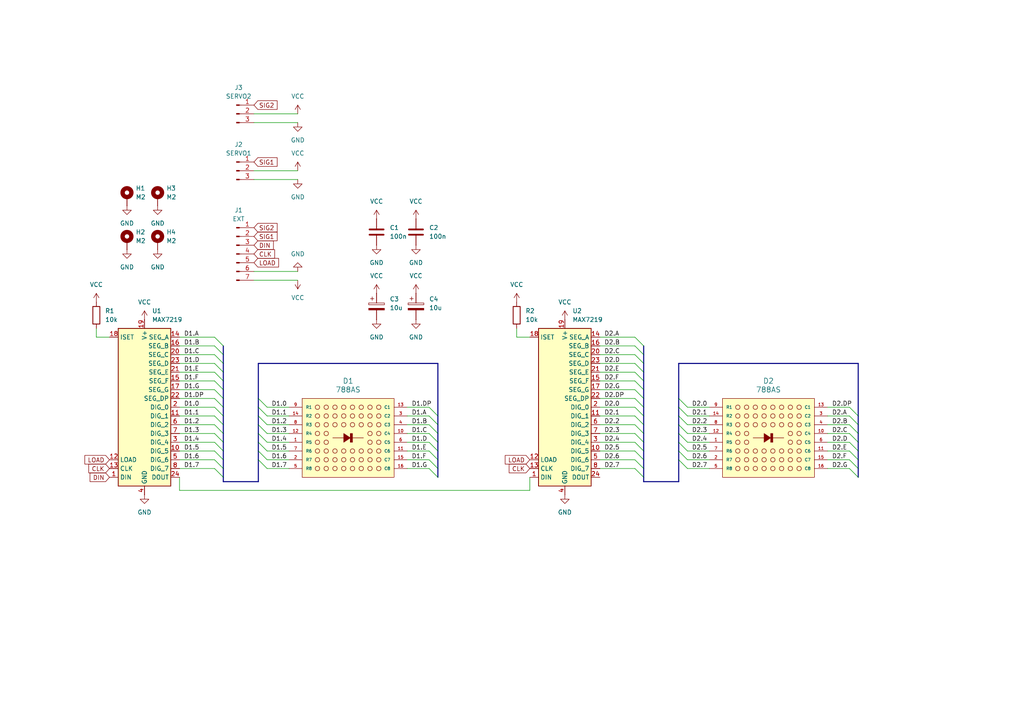
<source format=kicad_sch>
(kicad_sch
	(version 20231120)
	(generator "eeschema")
	(generator_version "8.0")
	(uuid "33b7e7d2-1312-46aa-a872-69a821f9e3b7")
	(paper "A4")
	(lib_symbols
		(symbol "Connector:Conn_01x03_Pin"
			(pin_names
				(offset 1.016) hide)
			(exclude_from_sim no)
			(in_bom yes)
			(on_board yes)
			(property "Reference" "J"
				(at 0 5.08 0)
				(effects
					(font
						(size 1.27 1.27)
					)
				)
			)
			(property "Value" "Conn_01x03_Pin"
				(at 0 -5.08 0)
				(effects
					(font
						(size 1.27 1.27)
					)
				)
			)
			(property "Footprint" ""
				(at 0 0 0)
				(effects
					(font
						(size 1.27 1.27)
					)
					(hide yes)
				)
			)
			(property "Datasheet" "~"
				(at 0 0 0)
				(effects
					(font
						(size 1.27 1.27)
					)
					(hide yes)
				)
			)
			(property "Description" "Generic connector, single row, 01x03, script generated"
				(at 0 0 0)
				(effects
					(font
						(size 1.27 1.27)
					)
					(hide yes)
				)
			)
			(property "ki_locked" ""
				(at 0 0 0)
				(effects
					(font
						(size 1.27 1.27)
					)
				)
			)
			(property "ki_keywords" "connector"
				(at 0 0 0)
				(effects
					(font
						(size 1.27 1.27)
					)
					(hide yes)
				)
			)
			(property "ki_fp_filters" "Connector*:*_1x??_*"
				(at 0 0 0)
				(effects
					(font
						(size 1.27 1.27)
					)
					(hide yes)
				)
			)
			(symbol "Conn_01x03_Pin_1_1"
				(polyline
					(pts
						(xy 1.27 -2.54) (xy 0.8636 -2.54)
					)
					(stroke
						(width 0.1524)
						(type default)
					)
					(fill
						(type none)
					)
				)
				(polyline
					(pts
						(xy 1.27 0) (xy 0.8636 0)
					)
					(stroke
						(width 0.1524)
						(type default)
					)
					(fill
						(type none)
					)
				)
				(polyline
					(pts
						(xy 1.27 2.54) (xy 0.8636 2.54)
					)
					(stroke
						(width 0.1524)
						(type default)
					)
					(fill
						(type none)
					)
				)
				(rectangle
					(start 0.8636 -2.413)
					(end 0 -2.667)
					(stroke
						(width 0.1524)
						(type default)
					)
					(fill
						(type outline)
					)
				)
				(rectangle
					(start 0.8636 0.127)
					(end 0 -0.127)
					(stroke
						(width 0.1524)
						(type default)
					)
					(fill
						(type outline)
					)
				)
				(rectangle
					(start 0.8636 2.667)
					(end 0 2.413)
					(stroke
						(width 0.1524)
						(type default)
					)
					(fill
						(type outline)
					)
				)
				(pin passive line
					(at 5.08 2.54 180)
					(length 3.81)
					(name "Pin_1"
						(effects
							(font
								(size 1.27 1.27)
							)
						)
					)
					(number "1"
						(effects
							(font
								(size 1.27 1.27)
							)
						)
					)
				)
				(pin passive line
					(at 5.08 0 180)
					(length 3.81)
					(name "Pin_2"
						(effects
							(font
								(size 1.27 1.27)
							)
						)
					)
					(number "2"
						(effects
							(font
								(size 1.27 1.27)
							)
						)
					)
				)
				(pin passive line
					(at 5.08 -2.54 180)
					(length 3.81)
					(name "Pin_3"
						(effects
							(font
								(size 1.27 1.27)
							)
						)
					)
					(number "3"
						(effects
							(font
								(size 1.27 1.27)
							)
						)
					)
				)
			)
		)
		(symbol "Connector:Conn_01x07_Pin"
			(pin_names
				(offset 1.016) hide)
			(exclude_from_sim no)
			(in_bom yes)
			(on_board yes)
			(property "Reference" "J"
				(at 0 10.16 0)
				(effects
					(font
						(size 1.27 1.27)
					)
				)
			)
			(property "Value" "Conn_01x07_Pin"
				(at 0 -10.16 0)
				(effects
					(font
						(size 1.27 1.27)
					)
				)
			)
			(property "Footprint" ""
				(at 0 0 0)
				(effects
					(font
						(size 1.27 1.27)
					)
					(hide yes)
				)
			)
			(property "Datasheet" "~"
				(at 0 0 0)
				(effects
					(font
						(size 1.27 1.27)
					)
					(hide yes)
				)
			)
			(property "Description" "Generic connector, single row, 01x07, script generated"
				(at 0 0 0)
				(effects
					(font
						(size 1.27 1.27)
					)
					(hide yes)
				)
			)
			(property "ki_locked" ""
				(at 0 0 0)
				(effects
					(font
						(size 1.27 1.27)
					)
				)
			)
			(property "ki_keywords" "connector"
				(at 0 0 0)
				(effects
					(font
						(size 1.27 1.27)
					)
					(hide yes)
				)
			)
			(property "ki_fp_filters" "Connector*:*_1x??_*"
				(at 0 0 0)
				(effects
					(font
						(size 1.27 1.27)
					)
					(hide yes)
				)
			)
			(symbol "Conn_01x07_Pin_1_1"
				(polyline
					(pts
						(xy 1.27 -7.62) (xy 0.8636 -7.62)
					)
					(stroke
						(width 0.1524)
						(type default)
					)
					(fill
						(type none)
					)
				)
				(polyline
					(pts
						(xy 1.27 -5.08) (xy 0.8636 -5.08)
					)
					(stroke
						(width 0.1524)
						(type default)
					)
					(fill
						(type none)
					)
				)
				(polyline
					(pts
						(xy 1.27 -2.54) (xy 0.8636 -2.54)
					)
					(stroke
						(width 0.1524)
						(type default)
					)
					(fill
						(type none)
					)
				)
				(polyline
					(pts
						(xy 1.27 0) (xy 0.8636 0)
					)
					(stroke
						(width 0.1524)
						(type default)
					)
					(fill
						(type none)
					)
				)
				(polyline
					(pts
						(xy 1.27 2.54) (xy 0.8636 2.54)
					)
					(stroke
						(width 0.1524)
						(type default)
					)
					(fill
						(type none)
					)
				)
				(polyline
					(pts
						(xy 1.27 5.08) (xy 0.8636 5.08)
					)
					(stroke
						(width 0.1524)
						(type default)
					)
					(fill
						(type none)
					)
				)
				(polyline
					(pts
						(xy 1.27 7.62) (xy 0.8636 7.62)
					)
					(stroke
						(width 0.1524)
						(type default)
					)
					(fill
						(type none)
					)
				)
				(rectangle
					(start 0.8636 -7.493)
					(end 0 -7.747)
					(stroke
						(width 0.1524)
						(type default)
					)
					(fill
						(type outline)
					)
				)
				(rectangle
					(start 0.8636 -4.953)
					(end 0 -5.207)
					(stroke
						(width 0.1524)
						(type default)
					)
					(fill
						(type outline)
					)
				)
				(rectangle
					(start 0.8636 -2.413)
					(end 0 -2.667)
					(stroke
						(width 0.1524)
						(type default)
					)
					(fill
						(type outline)
					)
				)
				(rectangle
					(start 0.8636 0.127)
					(end 0 -0.127)
					(stroke
						(width 0.1524)
						(type default)
					)
					(fill
						(type outline)
					)
				)
				(rectangle
					(start 0.8636 2.667)
					(end 0 2.413)
					(stroke
						(width 0.1524)
						(type default)
					)
					(fill
						(type outline)
					)
				)
				(rectangle
					(start 0.8636 5.207)
					(end 0 4.953)
					(stroke
						(width 0.1524)
						(type default)
					)
					(fill
						(type outline)
					)
				)
				(rectangle
					(start 0.8636 7.747)
					(end 0 7.493)
					(stroke
						(width 0.1524)
						(type default)
					)
					(fill
						(type outline)
					)
				)
				(pin passive line
					(at 5.08 7.62 180)
					(length 3.81)
					(name "Pin_1"
						(effects
							(font
								(size 1.27 1.27)
							)
						)
					)
					(number "1"
						(effects
							(font
								(size 1.27 1.27)
							)
						)
					)
				)
				(pin passive line
					(at 5.08 5.08 180)
					(length 3.81)
					(name "Pin_2"
						(effects
							(font
								(size 1.27 1.27)
							)
						)
					)
					(number "2"
						(effects
							(font
								(size 1.27 1.27)
							)
						)
					)
				)
				(pin passive line
					(at 5.08 2.54 180)
					(length 3.81)
					(name "Pin_3"
						(effects
							(font
								(size 1.27 1.27)
							)
						)
					)
					(number "3"
						(effects
							(font
								(size 1.27 1.27)
							)
						)
					)
				)
				(pin passive line
					(at 5.08 0 180)
					(length 3.81)
					(name "Pin_4"
						(effects
							(font
								(size 1.27 1.27)
							)
						)
					)
					(number "4"
						(effects
							(font
								(size 1.27 1.27)
							)
						)
					)
				)
				(pin passive line
					(at 5.08 -2.54 180)
					(length 3.81)
					(name "Pin_5"
						(effects
							(font
								(size 1.27 1.27)
							)
						)
					)
					(number "5"
						(effects
							(font
								(size 1.27 1.27)
							)
						)
					)
				)
				(pin passive line
					(at 5.08 -5.08 180)
					(length 3.81)
					(name "Pin_6"
						(effects
							(font
								(size 1.27 1.27)
							)
						)
					)
					(number "6"
						(effects
							(font
								(size 1.27 1.27)
							)
						)
					)
				)
				(pin passive line
					(at 5.08 -7.62 180)
					(length 3.81)
					(name "Pin_7"
						(effects
							(font
								(size 1.27 1.27)
							)
						)
					)
					(number "7"
						(effects
							(font
								(size 1.27 1.27)
							)
						)
					)
				)
			)
		)
		(symbol "Device:C"
			(pin_numbers hide)
			(pin_names
				(offset 0.254)
			)
			(exclude_from_sim no)
			(in_bom yes)
			(on_board yes)
			(property "Reference" "C"
				(at 0.635 2.54 0)
				(effects
					(font
						(size 1.27 1.27)
					)
					(justify left)
				)
			)
			(property "Value" "C"
				(at 0.635 -2.54 0)
				(effects
					(font
						(size 1.27 1.27)
					)
					(justify left)
				)
			)
			(property "Footprint" ""
				(at 0.9652 -3.81 0)
				(effects
					(font
						(size 1.27 1.27)
					)
					(hide yes)
				)
			)
			(property "Datasheet" "~"
				(at 0 0 0)
				(effects
					(font
						(size 1.27 1.27)
					)
					(hide yes)
				)
			)
			(property "Description" "Unpolarized capacitor"
				(at 0 0 0)
				(effects
					(font
						(size 1.27 1.27)
					)
					(hide yes)
				)
			)
			(property "ki_keywords" "cap capacitor"
				(at 0 0 0)
				(effects
					(font
						(size 1.27 1.27)
					)
					(hide yes)
				)
			)
			(property "ki_fp_filters" "C_*"
				(at 0 0 0)
				(effects
					(font
						(size 1.27 1.27)
					)
					(hide yes)
				)
			)
			(symbol "C_0_1"
				(polyline
					(pts
						(xy -2.032 -0.762) (xy 2.032 -0.762)
					)
					(stroke
						(width 0.508)
						(type default)
					)
					(fill
						(type none)
					)
				)
				(polyline
					(pts
						(xy -2.032 0.762) (xy 2.032 0.762)
					)
					(stroke
						(width 0.508)
						(type default)
					)
					(fill
						(type none)
					)
				)
			)
			(symbol "C_1_1"
				(pin passive line
					(at 0 3.81 270)
					(length 2.794)
					(name "~"
						(effects
							(font
								(size 1.27 1.27)
							)
						)
					)
					(number "1"
						(effects
							(font
								(size 1.27 1.27)
							)
						)
					)
				)
				(pin passive line
					(at 0 -3.81 90)
					(length 2.794)
					(name "~"
						(effects
							(font
								(size 1.27 1.27)
							)
						)
					)
					(number "2"
						(effects
							(font
								(size 1.27 1.27)
							)
						)
					)
				)
			)
		)
		(symbol "Device:C_Polarized"
			(pin_numbers hide)
			(pin_names
				(offset 0.254)
			)
			(exclude_from_sim no)
			(in_bom yes)
			(on_board yes)
			(property "Reference" "C"
				(at 0.635 2.54 0)
				(effects
					(font
						(size 1.27 1.27)
					)
					(justify left)
				)
			)
			(property "Value" "C_Polarized"
				(at 0.635 -2.54 0)
				(effects
					(font
						(size 1.27 1.27)
					)
					(justify left)
				)
			)
			(property "Footprint" ""
				(at 0.9652 -3.81 0)
				(effects
					(font
						(size 1.27 1.27)
					)
					(hide yes)
				)
			)
			(property "Datasheet" "~"
				(at 0 0 0)
				(effects
					(font
						(size 1.27 1.27)
					)
					(hide yes)
				)
			)
			(property "Description" "Polarized capacitor"
				(at 0 0 0)
				(effects
					(font
						(size 1.27 1.27)
					)
					(hide yes)
				)
			)
			(property "ki_keywords" "cap capacitor"
				(at 0 0 0)
				(effects
					(font
						(size 1.27 1.27)
					)
					(hide yes)
				)
			)
			(property "ki_fp_filters" "CP_*"
				(at 0 0 0)
				(effects
					(font
						(size 1.27 1.27)
					)
					(hide yes)
				)
			)
			(symbol "C_Polarized_0_1"
				(rectangle
					(start -2.286 0.508)
					(end 2.286 1.016)
					(stroke
						(width 0)
						(type default)
					)
					(fill
						(type none)
					)
				)
				(polyline
					(pts
						(xy -1.778 2.286) (xy -0.762 2.286)
					)
					(stroke
						(width 0)
						(type default)
					)
					(fill
						(type none)
					)
				)
				(polyline
					(pts
						(xy -1.27 2.794) (xy -1.27 1.778)
					)
					(stroke
						(width 0)
						(type default)
					)
					(fill
						(type none)
					)
				)
				(rectangle
					(start 2.286 -0.508)
					(end -2.286 -1.016)
					(stroke
						(width 0)
						(type default)
					)
					(fill
						(type outline)
					)
				)
			)
			(symbol "C_Polarized_1_1"
				(pin passive line
					(at 0 3.81 270)
					(length 2.794)
					(name "~"
						(effects
							(font
								(size 1.27 1.27)
							)
						)
					)
					(number "1"
						(effects
							(font
								(size 1.27 1.27)
							)
						)
					)
				)
				(pin passive line
					(at 0 -3.81 90)
					(length 2.794)
					(name "~"
						(effects
							(font
								(size 1.27 1.27)
							)
						)
					)
					(number "2"
						(effects
							(font
								(size 1.27 1.27)
							)
						)
					)
				)
			)
		)
		(symbol "Device:R"
			(pin_numbers hide)
			(pin_names
				(offset 0)
			)
			(exclude_from_sim no)
			(in_bom yes)
			(on_board yes)
			(property "Reference" "R"
				(at 2.032 0 90)
				(effects
					(font
						(size 1.27 1.27)
					)
				)
			)
			(property "Value" "R"
				(at 0 0 90)
				(effects
					(font
						(size 1.27 1.27)
					)
				)
			)
			(property "Footprint" ""
				(at -1.778 0 90)
				(effects
					(font
						(size 1.27 1.27)
					)
					(hide yes)
				)
			)
			(property "Datasheet" "~"
				(at 0 0 0)
				(effects
					(font
						(size 1.27 1.27)
					)
					(hide yes)
				)
			)
			(property "Description" "Resistor"
				(at 0 0 0)
				(effects
					(font
						(size 1.27 1.27)
					)
					(hide yes)
				)
			)
			(property "ki_keywords" "R res resistor"
				(at 0 0 0)
				(effects
					(font
						(size 1.27 1.27)
					)
					(hide yes)
				)
			)
			(property "ki_fp_filters" "R_*"
				(at 0 0 0)
				(effects
					(font
						(size 1.27 1.27)
					)
					(hide yes)
				)
			)
			(symbol "R_0_1"
				(rectangle
					(start -1.016 -2.54)
					(end 1.016 2.54)
					(stroke
						(width 0.254)
						(type default)
					)
					(fill
						(type none)
					)
				)
			)
			(symbol "R_1_1"
				(pin passive line
					(at 0 3.81 270)
					(length 1.27)
					(name "~"
						(effects
							(font
								(size 1.27 1.27)
							)
						)
					)
					(number "1"
						(effects
							(font
								(size 1.27 1.27)
							)
						)
					)
				)
				(pin passive line
					(at 0 -3.81 90)
					(length 1.27)
					(name "~"
						(effects
							(font
								(size 1.27 1.27)
							)
						)
					)
					(number "2"
						(effects
							(font
								(size 1.27 1.27)
							)
						)
					)
				)
			)
		)
		(symbol "Driver_LED:MAX7219"
			(exclude_from_sim no)
			(in_bom yes)
			(on_board yes)
			(property "Reference" "U"
				(at -6.35 24.13 0)
				(effects
					(font
						(size 1.27 1.27)
					)
					(justify left bottom)
				)
			)
			(property "Value" "MAX7219"
				(at 1.27 25.4 0)
				(effects
					(font
						(size 1.27 1.27)
					)
					(justify left top)
				)
			)
			(property "Footprint" ""
				(at -1.27 1.27 0)
				(effects
					(font
						(size 1.27 1.27)
					)
					(hide yes)
				)
			)
			(property "Datasheet" "https://datasheets.maximintegrated.com/en/ds/MAX7219-MAX7221.pdf"
				(at 1.27 -3.81 0)
				(effects
					(font
						(size 1.27 1.27)
					)
					(hide yes)
				)
			)
			(property "Description" "8-Digit LED Display Driver"
				(at 0 0 0)
				(effects
					(font
						(size 1.27 1.27)
					)
					(hide yes)
				)
			)
			(property "ki_keywords" "LED 8-Digit Display Driver"
				(at 0 0 0)
				(effects
					(font
						(size 1.27 1.27)
					)
					(hide yes)
				)
			)
			(property "ki_fp_filters" "SOIC*7.5x15.4mm*P1.27mm* DIP*7.62mm*"
				(at 0 0 0)
				(effects
					(font
						(size 1.27 1.27)
					)
					(hide yes)
				)
			)
			(symbol "MAX7219_0_1"
				(rectangle
					(start -7.62 22.86)
					(end 7.62 -22.86)
					(stroke
						(width 0.254)
						(type default)
					)
					(fill
						(type background)
					)
				)
			)
			(symbol "MAX7219_1_1"
				(pin input line
					(at -10.16 -20.32 0)
					(length 2.54)
					(name "DIN"
						(effects
							(font
								(size 1.27 1.27)
							)
						)
					)
					(number "1"
						(effects
							(font
								(size 1.27 1.27)
							)
						)
					)
				)
				(pin output line
					(at 10.16 -12.7 180)
					(length 2.54)
					(name "DIG_5"
						(effects
							(font
								(size 1.27 1.27)
							)
						)
					)
					(number "10"
						(effects
							(font
								(size 1.27 1.27)
							)
						)
					)
				)
				(pin output line
					(at 10.16 -2.54 180)
					(length 2.54)
					(name "DIG_1"
						(effects
							(font
								(size 1.27 1.27)
							)
						)
					)
					(number "11"
						(effects
							(font
								(size 1.27 1.27)
							)
						)
					)
				)
				(pin input line
					(at -10.16 -15.24 0)
					(length 2.54)
					(name "LOAD"
						(effects
							(font
								(size 1.27 1.27)
							)
						)
					)
					(number "12"
						(effects
							(font
								(size 1.27 1.27)
							)
						)
					)
				)
				(pin input line
					(at -10.16 -17.78 0)
					(length 2.54)
					(name "CLK"
						(effects
							(font
								(size 1.27 1.27)
							)
						)
					)
					(number "13"
						(effects
							(font
								(size 1.27 1.27)
							)
						)
					)
				)
				(pin output line
					(at 10.16 20.32 180)
					(length 2.54)
					(name "SEG_A"
						(effects
							(font
								(size 1.27 1.27)
							)
						)
					)
					(number "14"
						(effects
							(font
								(size 1.27 1.27)
							)
						)
					)
				)
				(pin output line
					(at 10.16 7.62 180)
					(length 2.54)
					(name "SEG_F"
						(effects
							(font
								(size 1.27 1.27)
							)
						)
					)
					(number "15"
						(effects
							(font
								(size 1.27 1.27)
							)
						)
					)
				)
				(pin output line
					(at 10.16 17.78 180)
					(length 2.54)
					(name "SEG_B"
						(effects
							(font
								(size 1.27 1.27)
							)
						)
					)
					(number "16"
						(effects
							(font
								(size 1.27 1.27)
							)
						)
					)
				)
				(pin output line
					(at 10.16 5.08 180)
					(length 2.54)
					(name "SEG_G"
						(effects
							(font
								(size 1.27 1.27)
							)
						)
					)
					(number "17"
						(effects
							(font
								(size 1.27 1.27)
							)
						)
					)
				)
				(pin input line
					(at -10.16 20.32 0)
					(length 2.54)
					(name "ISET"
						(effects
							(font
								(size 1.27 1.27)
							)
						)
					)
					(number "18"
						(effects
							(font
								(size 1.27 1.27)
							)
						)
					)
				)
				(pin power_in line
					(at 0 25.4 270)
					(length 2.54)
					(name "V+"
						(effects
							(font
								(size 1.27 1.27)
							)
						)
					)
					(number "19"
						(effects
							(font
								(size 1.27 1.27)
							)
						)
					)
				)
				(pin output line
					(at 10.16 0 180)
					(length 2.54)
					(name "DIG_0"
						(effects
							(font
								(size 1.27 1.27)
							)
						)
					)
					(number "2"
						(effects
							(font
								(size 1.27 1.27)
							)
						)
					)
				)
				(pin output line
					(at 10.16 15.24 180)
					(length 2.54)
					(name "SEG_C"
						(effects
							(font
								(size 1.27 1.27)
							)
						)
					)
					(number "20"
						(effects
							(font
								(size 1.27 1.27)
							)
						)
					)
				)
				(pin output line
					(at 10.16 10.16 180)
					(length 2.54)
					(name "SEG_E"
						(effects
							(font
								(size 1.27 1.27)
							)
						)
					)
					(number "21"
						(effects
							(font
								(size 1.27 1.27)
							)
						)
					)
				)
				(pin output line
					(at 10.16 2.54 180)
					(length 2.54)
					(name "SEG_DP"
						(effects
							(font
								(size 1.27 1.27)
							)
						)
					)
					(number "22"
						(effects
							(font
								(size 1.27 1.27)
							)
						)
					)
				)
				(pin output line
					(at 10.16 12.7 180)
					(length 2.54)
					(name "SEG_D"
						(effects
							(font
								(size 1.27 1.27)
							)
						)
					)
					(number "23"
						(effects
							(font
								(size 1.27 1.27)
							)
						)
					)
				)
				(pin output line
					(at 10.16 -20.32 180)
					(length 2.54)
					(name "DOUT"
						(effects
							(font
								(size 1.27 1.27)
							)
						)
					)
					(number "24"
						(effects
							(font
								(size 1.27 1.27)
							)
						)
					)
				)
				(pin output line
					(at 10.16 -10.16 180)
					(length 2.54)
					(name "DIG_4"
						(effects
							(font
								(size 1.27 1.27)
							)
						)
					)
					(number "3"
						(effects
							(font
								(size 1.27 1.27)
							)
						)
					)
				)
				(pin power_in line
					(at 0 -25.4 90)
					(length 2.54)
					(name "GND"
						(effects
							(font
								(size 1.27 1.27)
							)
						)
					)
					(number "4"
						(effects
							(font
								(size 1.27 1.27)
							)
						)
					)
				)
				(pin output line
					(at 10.16 -15.24 180)
					(length 2.54)
					(name "DIG_6"
						(effects
							(font
								(size 1.27 1.27)
							)
						)
					)
					(number "5"
						(effects
							(font
								(size 1.27 1.27)
							)
						)
					)
				)
				(pin output line
					(at 10.16 -5.08 180)
					(length 2.54)
					(name "DIG_2"
						(effects
							(font
								(size 1.27 1.27)
							)
						)
					)
					(number "6"
						(effects
							(font
								(size 1.27 1.27)
							)
						)
					)
				)
				(pin output line
					(at 10.16 -7.62 180)
					(length 2.54)
					(name "DIG_3"
						(effects
							(font
								(size 1.27 1.27)
							)
						)
					)
					(number "7"
						(effects
							(font
								(size 1.27 1.27)
							)
						)
					)
				)
				(pin output line
					(at 10.16 -17.78 180)
					(length 2.54)
					(name "DIG_7"
						(effects
							(font
								(size 1.27 1.27)
							)
						)
					)
					(number "8"
						(effects
							(font
								(size 1.27 1.27)
							)
						)
					)
				)
				(pin passive line
					(at 0 -25.4 90)
					(length 2.54) hide
					(name "GND"
						(effects
							(font
								(size 1.27 1.27)
							)
						)
					)
					(number "9"
						(effects
							(font
								(size 1.27 1.27)
							)
						)
					)
				)
			)
		)
		(symbol "Mechanical:MountingHole_Pad"
			(pin_numbers hide)
			(pin_names
				(offset 1.016) hide)
			(exclude_from_sim yes)
			(in_bom no)
			(on_board yes)
			(property "Reference" "H"
				(at 0 6.35 0)
				(effects
					(font
						(size 1.27 1.27)
					)
				)
			)
			(property "Value" "MountingHole_Pad"
				(at 0 4.445 0)
				(effects
					(font
						(size 1.27 1.27)
					)
				)
			)
			(property "Footprint" ""
				(at 0 0 0)
				(effects
					(font
						(size 1.27 1.27)
					)
					(hide yes)
				)
			)
			(property "Datasheet" "~"
				(at 0 0 0)
				(effects
					(font
						(size 1.27 1.27)
					)
					(hide yes)
				)
			)
			(property "Description" "Mounting Hole with connection"
				(at 0 0 0)
				(effects
					(font
						(size 1.27 1.27)
					)
					(hide yes)
				)
			)
			(property "ki_keywords" "mounting hole"
				(at 0 0 0)
				(effects
					(font
						(size 1.27 1.27)
					)
					(hide yes)
				)
			)
			(property "ki_fp_filters" "MountingHole*Pad*"
				(at 0 0 0)
				(effects
					(font
						(size 1.27 1.27)
					)
					(hide yes)
				)
			)
			(symbol "MountingHole_Pad_0_1"
				(circle
					(center 0 1.27)
					(radius 1.27)
					(stroke
						(width 1.27)
						(type default)
					)
					(fill
						(type none)
					)
				)
			)
			(symbol "MountingHole_Pad_1_1"
				(pin input line
					(at 0 -2.54 90)
					(length 2.54)
					(name "1"
						(effects
							(font
								(size 1.27 1.27)
							)
						)
					)
					(number "1"
						(effects
							(font
								(size 1.27 1.27)
							)
						)
					)
				)
			)
		)
		(symbol "akn_misc:DISP_LED_MAT_8x8_COM_ANODE"
			(pin_names
				(offset 1.016)
			)
			(exclude_from_sim no)
			(in_bom yes)
			(on_board yes)
			(property "Reference" "D"
				(at 5.08 -1.27 0)
				(effects
					(font
						(size 1.524 1.524)
					)
				)
			)
			(property "Value" "DISP_LED_MAT_8x8_COM_ANODE"
				(at 16.51 24.13 0)
				(effects
					(font
						(size 1.524 1.524)
					)
				)
			)
			(property "Footprint" ""
				(at 2.54 -1.27 0)
				(effects
					(font
						(size 1.524 1.524)
					)
				)
			)
			(property "Datasheet" ""
				(at 2.54 -1.27 0)
				(effects
					(font
						(size 1.524 1.524)
					)
				)
			)
			(property "Description" "8x8 LED Dot Matrix Common Anode display"
				(at 0 0 0)
				(effects
					(font
						(size 1.27 1.27)
					)
					(hide yes)
				)
			)
			(property "ki_keywords" "8x8 LED Display"
				(at 0 0 0)
				(effects
					(font
						(size 1.27 1.27)
					)
					(hide yes)
				)
			)
			(symbol "DISP_LED_MAT_8x8_COM_ANODE_0_1"
				(polyline
					(pts
						(xy 12.7 11.43) (xy 21.59 11.43)
					)
					(stroke
						(width 0)
						(type solid)
					)
					(fill
						(type none)
					)
				)
				(polyline
					(pts
						(xy 17.78 11.43) (xy 15.875 10.16) (xy 15.875 12.7) (xy 17.78 11.43)
					)
					(stroke
						(width 0)
						(type solid)
					)
					(fill
						(type outline)
					)
				)
				(polyline
					(pts
						(xy 18.415 10.16) (xy 18.415 12.7) (xy 17.78 12.7) (xy 17.78 10.16) (xy 18.415 10.16)
					)
					(stroke
						(width 0)
						(type solid)
					)
					(fill
						(type outline)
					)
				)
				(rectangle
					(start 3.81 0)
					(end 30.48 22.86)
					(stroke
						(width 0)
						(type solid)
					)
					(fill
						(type background)
					)
				)
				(circle
					(center 8.255 2.54)
					(radius 0.635)
					(stroke
						(width 0)
						(type solid)
					)
					(fill
						(type none)
					)
				)
				(circle
					(center 8.255 5.08)
					(radius 0.635)
					(stroke
						(width 0)
						(type solid)
					)
					(fill
						(type none)
					)
				)
				(circle
					(center 8.255 7.62)
					(radius 0.635)
					(stroke
						(width 0)
						(type solid)
					)
					(fill
						(type none)
					)
				)
				(circle
					(center 8.255 10.16)
					(radius 0.635)
					(stroke
						(width 0)
						(type solid)
					)
					(fill
						(type none)
					)
				)
				(circle
					(center 8.255 12.7)
					(radius 0.635)
					(stroke
						(width 0)
						(type solid)
					)
					(fill
						(type none)
					)
				)
				(circle
					(center 8.255 15.24)
					(radius 0.635)
					(stroke
						(width 0)
						(type solid)
					)
					(fill
						(type none)
					)
				)
				(circle
					(center 8.255 17.78)
					(radius 0.635)
					(stroke
						(width 0)
						(type solid)
					)
					(fill
						(type none)
					)
				)
				(circle
					(center 8.255 20.32)
					(radius 0.635)
					(stroke
						(width 0)
						(type solid)
					)
					(fill
						(type none)
					)
				)
				(circle
					(center 10.795 2.54)
					(radius 0.635)
					(stroke
						(width 0)
						(type solid)
					)
					(fill
						(type none)
					)
				)
				(circle
					(center 10.795 5.08)
					(radius 0.635)
					(stroke
						(width 0)
						(type solid)
					)
					(fill
						(type none)
					)
				)
				(circle
					(center 10.795 7.62)
					(radius 0.635)
					(stroke
						(width 0)
						(type solid)
					)
					(fill
						(type none)
					)
				)
				(circle
					(center 10.795 10.16)
					(radius 0.635)
					(stroke
						(width 0)
						(type solid)
					)
					(fill
						(type none)
					)
				)
				(circle
					(center 10.795 12.7)
					(radius 0.635)
					(stroke
						(width 0)
						(type solid)
					)
					(fill
						(type none)
					)
				)
				(circle
					(center 10.795 15.24)
					(radius 0.635)
					(stroke
						(width 0)
						(type solid)
					)
					(fill
						(type none)
					)
				)
				(circle
					(center 10.795 17.78)
					(radius 0.635)
					(stroke
						(width 0)
						(type solid)
					)
					(fill
						(type none)
					)
				)
				(circle
					(center 10.795 20.32)
					(radius 0.635)
					(stroke
						(width 0)
						(type solid)
					)
					(fill
						(type none)
					)
				)
				(circle
					(center 13.335 2.54)
					(radius 0.635)
					(stroke
						(width 0)
						(type solid)
					)
					(fill
						(type none)
					)
				)
				(circle
					(center 13.335 5.08)
					(radius 0.635)
					(stroke
						(width 0)
						(type solid)
					)
					(fill
						(type none)
					)
				)
				(circle
					(center 13.335 7.62)
					(radius 0.635)
					(stroke
						(width 0)
						(type solid)
					)
					(fill
						(type none)
					)
				)
				(circle
					(center 13.335 15.24)
					(radius 0.635)
					(stroke
						(width 0)
						(type solid)
					)
					(fill
						(type none)
					)
				)
				(circle
					(center 13.335 17.78)
					(radius 0.635)
					(stroke
						(width 0)
						(type solid)
					)
					(fill
						(type none)
					)
				)
				(circle
					(center 13.335 20.32)
					(radius 0.635)
					(stroke
						(width 0)
						(type solid)
					)
					(fill
						(type none)
					)
				)
				(circle
					(center 15.875 2.54)
					(radius 0.635)
					(stroke
						(width 0)
						(type solid)
					)
					(fill
						(type none)
					)
				)
				(circle
					(center 15.875 5.08)
					(radius 0.635)
					(stroke
						(width 0)
						(type solid)
					)
					(fill
						(type none)
					)
				)
				(circle
					(center 15.875 7.62)
					(radius 0.635)
					(stroke
						(width 0)
						(type solid)
					)
					(fill
						(type none)
					)
				)
				(circle
					(center 15.875 15.24)
					(radius 0.635)
					(stroke
						(width 0)
						(type solid)
					)
					(fill
						(type none)
					)
				)
				(circle
					(center 15.875 17.78)
					(radius 0.635)
					(stroke
						(width 0)
						(type solid)
					)
					(fill
						(type none)
					)
				)
				(circle
					(center 15.875 20.32)
					(radius 0.635)
					(stroke
						(width 0)
						(type solid)
					)
					(fill
						(type none)
					)
				)
				(circle
					(center 18.415 2.54)
					(radius 0.635)
					(stroke
						(width 0)
						(type solid)
					)
					(fill
						(type none)
					)
				)
				(circle
					(center 18.415 5.08)
					(radius 0.635)
					(stroke
						(width 0)
						(type solid)
					)
					(fill
						(type none)
					)
				)
				(circle
					(center 18.415 7.62)
					(radius 0.635)
					(stroke
						(width 0)
						(type solid)
					)
					(fill
						(type none)
					)
				)
				(circle
					(center 18.415 15.24)
					(radius 0.635)
					(stroke
						(width 0)
						(type solid)
					)
					(fill
						(type none)
					)
				)
				(circle
					(center 18.415 17.78)
					(radius 0.635)
					(stroke
						(width 0)
						(type solid)
					)
					(fill
						(type none)
					)
				)
				(circle
					(center 18.415 20.32)
					(radius 0.635)
					(stroke
						(width 0)
						(type solid)
					)
					(fill
						(type none)
					)
				)
				(circle
					(center 20.955 2.54)
					(radius 0.635)
					(stroke
						(width 0)
						(type solid)
					)
					(fill
						(type none)
					)
				)
				(circle
					(center 20.955 5.08)
					(radius 0.635)
					(stroke
						(width 0)
						(type solid)
					)
					(fill
						(type none)
					)
				)
				(circle
					(center 20.955 7.62)
					(radius 0.635)
					(stroke
						(width 0)
						(type solid)
					)
					(fill
						(type none)
					)
				)
				(circle
					(center 20.955 15.24)
					(radius 0.635)
					(stroke
						(width 0)
						(type solid)
					)
					(fill
						(type none)
					)
				)
				(circle
					(center 20.955 17.78)
					(radius 0.635)
					(stroke
						(width 0)
						(type solid)
					)
					(fill
						(type none)
					)
				)
				(circle
					(center 20.955 20.32)
					(radius 0.635)
					(stroke
						(width 0)
						(type solid)
					)
					(fill
						(type none)
					)
				)
				(circle
					(center 23.495 2.54)
					(radius 0.635)
					(stroke
						(width 0)
						(type solid)
					)
					(fill
						(type none)
					)
				)
				(circle
					(center 23.495 5.08)
					(radius 0.635)
					(stroke
						(width 0)
						(type solid)
					)
					(fill
						(type none)
					)
				)
				(circle
					(center 23.495 7.62)
					(radius 0.635)
					(stroke
						(width 0)
						(type solid)
					)
					(fill
						(type none)
					)
				)
				(circle
					(center 23.495 10.16)
					(radius 0.635)
					(stroke
						(width 0)
						(type solid)
					)
					(fill
						(type none)
					)
				)
				(circle
					(center 23.495 12.7)
					(radius 0.635)
					(stroke
						(width 0)
						(type solid)
					)
					(fill
						(type none)
					)
				)
				(circle
					(center 23.495 15.24)
					(radius 0.635)
					(stroke
						(width 0)
						(type solid)
					)
					(fill
						(type none)
					)
				)
				(circle
					(center 23.495 17.78)
					(radius 0.635)
					(stroke
						(width 0)
						(type solid)
					)
					(fill
						(type none)
					)
				)
				(circle
					(center 23.495 20.32)
					(radius 0.635)
					(stroke
						(width 0)
						(type solid)
					)
					(fill
						(type none)
					)
				)
				(circle
					(center 26.035 2.54)
					(radius 0.635)
					(stroke
						(width 0)
						(type solid)
					)
					(fill
						(type none)
					)
				)
				(circle
					(center 26.035 5.08)
					(radius 0.635)
					(stroke
						(width 0)
						(type solid)
					)
					(fill
						(type none)
					)
				)
				(circle
					(center 26.035 7.62)
					(radius 0.635)
					(stroke
						(width 0)
						(type solid)
					)
					(fill
						(type none)
					)
				)
				(circle
					(center 26.035 10.16)
					(radius 0.635)
					(stroke
						(width 0)
						(type solid)
					)
					(fill
						(type none)
					)
				)
				(circle
					(center 26.035 12.7)
					(radius 0.635)
					(stroke
						(width 0)
						(type solid)
					)
					(fill
						(type none)
					)
				)
				(circle
					(center 26.035 15.24)
					(radius 0.635)
					(stroke
						(width 0)
						(type solid)
					)
					(fill
						(type none)
					)
				)
				(circle
					(center 26.035 17.78)
					(radius 0.635)
					(stroke
						(width 0)
						(type solid)
					)
					(fill
						(type none)
					)
				)
				(circle
					(center 26.035 20.32)
					(radius 0.635)
					(stroke
						(width 0)
						(type solid)
					)
					(fill
						(type none)
					)
				)
				(pin input line
					(at 0 20.32 0)
					(length 3.81)
					(name "R1"
						(effects
							(font
								(size 0.8636 0.8636)
							)
						)
					)
					(number "9"
						(effects
							(font
								(size 0.8636 0.8636)
							)
						)
					)
				)
			)
			(symbol "DISP_LED_MAT_8x8_COM_ANODE_1_1"
				(pin input line
					(at 0 10.16 0)
					(length 3.81)
					(name "R5"
						(effects
							(font
								(size 0.8636 0.8636)
							)
						)
					)
					(number "1"
						(effects
							(font
								(size 0.8636 0.8636)
							)
						)
					)
				)
				(pin output line
					(at 34.29 12.7 180)
					(length 3.81)
					(name "C4"
						(effects
							(font
								(size 0.8636 0.8636)
							)
						)
					)
					(number "10"
						(effects
							(font
								(size 0.8636 0.8636)
							)
						)
					)
				)
				(pin output line
					(at 34.29 7.62 180)
					(length 3.81)
					(name "C6"
						(effects
							(font
								(size 0.8636 0.8636)
							)
						)
					)
					(number "11"
						(effects
							(font
								(size 0.8636 0.8636)
							)
						)
					)
				)
				(pin input line
					(at 0 12.7 0)
					(length 3.81)
					(name "R4"
						(effects
							(font
								(size 0.8636 0.8636)
							)
						)
					)
					(number "12"
						(effects
							(font
								(size 0.8636 0.8636)
							)
						)
					)
				)
				(pin output line
					(at 34.29 20.32 180)
					(length 3.81)
					(name "C1"
						(effects
							(font
								(size 0.8636 0.8636)
							)
						)
					)
					(number "13"
						(effects
							(font
								(size 0.8636 0.8636)
							)
						)
					)
				)
				(pin input line
					(at 0 17.78 0)
					(length 3.81)
					(name "R2"
						(effects
							(font
								(size 0.8636 0.8636)
							)
						)
					)
					(number "14"
						(effects
							(font
								(size 0.8636 0.8636)
							)
						)
					)
				)
				(pin output line
					(at 34.29 5.08 180)
					(length 3.81)
					(name "C7"
						(effects
							(font
								(size 0.8636 0.8636)
							)
						)
					)
					(number "15"
						(effects
							(font
								(size 0.8636 0.8636)
							)
						)
					)
				)
				(pin output line
					(at 34.29 2.54 180)
					(length 3.81)
					(name "C8"
						(effects
							(font
								(size 0.8636 0.8636)
							)
						)
					)
					(number "16"
						(effects
							(font
								(size 0.8636 0.8636)
							)
						)
					)
				)
				(pin input line
					(at 0 5.08 0)
					(length 3.81)
					(name "R7"
						(effects
							(font
								(size 0.8636 0.8636)
							)
						)
					)
					(number "2"
						(effects
							(font
								(size 0.8636 0.8636)
							)
						)
					)
				)
				(pin output line
					(at 34.29 17.78 180)
					(length 3.81)
					(name "C2"
						(effects
							(font
								(size 0.8636 0.8636)
							)
						)
					)
					(number "3"
						(effects
							(font
								(size 0.8636 0.8636)
							)
						)
					)
				)
				(pin output line
					(at 34.29 15.24 180)
					(length 3.81)
					(name "C3"
						(effects
							(font
								(size 0.8636 0.8636)
							)
						)
					)
					(number "4"
						(effects
							(font
								(size 0.8636 0.8636)
							)
						)
					)
				)
				(pin input line
					(at 0 2.54 0)
					(length 3.81)
					(name "R8"
						(effects
							(font
								(size 0.8636 0.8636)
							)
						)
					)
					(number "5"
						(effects
							(font
								(size 0.8636 0.8636)
							)
						)
					)
				)
				(pin output line
					(at 34.29 10.16 180)
					(length 3.81)
					(name "C5"
						(effects
							(font
								(size 0.8636 0.8636)
							)
						)
					)
					(number "6"
						(effects
							(font
								(size 0.8636 0.8636)
							)
						)
					)
				)
				(pin input line
					(at 0 7.62 0)
					(length 3.81)
					(name "R6"
						(effects
							(font
								(size 0.8636 0.8636)
							)
						)
					)
					(number "7"
						(effects
							(font
								(size 0.8636 0.8636)
							)
						)
					)
				)
				(pin input line
					(at 0 15.24 0)
					(length 3.81)
					(name "R3"
						(effects
							(font
								(size 0.8636 0.8636)
							)
						)
					)
					(number "8"
						(effects
							(font
								(size 0.8636 0.8636)
							)
						)
					)
				)
			)
		)
		(symbol "power:GND"
			(power)
			(pin_numbers hide)
			(pin_names
				(offset 0) hide)
			(exclude_from_sim no)
			(in_bom yes)
			(on_board yes)
			(property "Reference" "#PWR"
				(at 0 -6.35 0)
				(effects
					(font
						(size 1.27 1.27)
					)
					(hide yes)
				)
			)
			(property "Value" "GND"
				(at 0 -3.81 0)
				(effects
					(font
						(size 1.27 1.27)
					)
				)
			)
			(property "Footprint" ""
				(at 0 0 0)
				(effects
					(font
						(size 1.27 1.27)
					)
					(hide yes)
				)
			)
			(property "Datasheet" ""
				(at 0 0 0)
				(effects
					(font
						(size 1.27 1.27)
					)
					(hide yes)
				)
			)
			(property "Description" "Power symbol creates a global label with name \"GND\" , ground"
				(at 0 0 0)
				(effects
					(font
						(size 1.27 1.27)
					)
					(hide yes)
				)
			)
			(property "ki_keywords" "global power"
				(at 0 0 0)
				(effects
					(font
						(size 1.27 1.27)
					)
					(hide yes)
				)
			)
			(symbol "GND_0_1"
				(polyline
					(pts
						(xy 0 0) (xy 0 -1.27) (xy 1.27 -1.27) (xy 0 -2.54) (xy -1.27 -1.27) (xy 0 -1.27)
					)
					(stroke
						(width 0)
						(type default)
					)
					(fill
						(type none)
					)
				)
			)
			(symbol "GND_1_1"
				(pin power_in line
					(at 0 0 270)
					(length 0)
					(name "~"
						(effects
							(font
								(size 1.27 1.27)
							)
						)
					)
					(number "1"
						(effects
							(font
								(size 1.27 1.27)
							)
						)
					)
				)
			)
		)
		(symbol "power:VCC"
			(power)
			(pin_numbers hide)
			(pin_names
				(offset 0) hide)
			(exclude_from_sim no)
			(in_bom yes)
			(on_board yes)
			(property "Reference" "#PWR"
				(at 0 -3.81 0)
				(effects
					(font
						(size 1.27 1.27)
					)
					(hide yes)
				)
			)
			(property "Value" "VCC"
				(at 0 3.556 0)
				(effects
					(font
						(size 1.27 1.27)
					)
				)
			)
			(property "Footprint" ""
				(at 0 0 0)
				(effects
					(font
						(size 1.27 1.27)
					)
					(hide yes)
				)
			)
			(property "Datasheet" ""
				(at 0 0 0)
				(effects
					(font
						(size 1.27 1.27)
					)
					(hide yes)
				)
			)
			(property "Description" "Power symbol creates a global label with name \"VCC\""
				(at 0 0 0)
				(effects
					(font
						(size 1.27 1.27)
					)
					(hide yes)
				)
			)
			(property "ki_keywords" "global power"
				(at 0 0 0)
				(effects
					(font
						(size 1.27 1.27)
					)
					(hide yes)
				)
			)
			(symbol "VCC_0_1"
				(polyline
					(pts
						(xy -0.762 1.27) (xy 0 2.54)
					)
					(stroke
						(width 0)
						(type default)
					)
					(fill
						(type none)
					)
				)
				(polyline
					(pts
						(xy 0 0) (xy 0 2.54)
					)
					(stroke
						(width 0)
						(type default)
					)
					(fill
						(type none)
					)
				)
				(polyline
					(pts
						(xy 0 2.54) (xy 0.762 1.27)
					)
					(stroke
						(width 0)
						(type default)
					)
					(fill
						(type none)
					)
				)
			)
			(symbol "VCC_1_1"
				(pin power_in line
					(at 0 0 90)
					(length 0)
					(name "~"
						(effects
							(font
								(size 1.27 1.27)
							)
						)
					)
					(number "1"
						(effects
							(font
								(size 1.27 1.27)
							)
						)
					)
				)
			)
		)
	)
	(bus_entry
		(at 184.15 97.79)
		(size 2.54 2.54)
		(stroke
			(width 0)
			(type default)
		)
		(uuid "027ade02-1e26-41b8-9d21-a57157b2a038")
	)
	(bus_entry
		(at 184.15 128.27)
		(size 2.54 2.54)
		(stroke
			(width 0)
			(type default)
		)
		(uuid "051795ee-4587-4551-b337-af42d68ed765")
	)
	(bus_entry
		(at 62.23 128.27)
		(size 2.54 2.54)
		(stroke
			(width 0)
			(type default)
		)
		(uuid "05afbc1a-f075-4d11-b9cd-7a212c3e0173")
	)
	(bus_entry
		(at 184.15 120.65)
		(size 2.54 2.54)
		(stroke
			(width 0)
			(type default)
		)
		(uuid "073b9bb8-6681-4782-9ef9-d4ed83eacd84")
	)
	(bus_entry
		(at 74.93 120.65)
		(size 2.54 2.54)
		(stroke
			(width 0)
			(type default)
		)
		(uuid "0e1999a0-0268-472d-834f-a7ba662341ff")
	)
	(bus_entry
		(at 62.23 118.11)
		(size 2.54 2.54)
		(stroke
			(width 0)
			(type default)
		)
		(uuid "16224a21-08b0-4c09-ae56-41afce218487")
	)
	(bus_entry
		(at 196.85 130.81)
		(size 2.54 2.54)
		(stroke
			(width 0)
			(type default)
		)
		(uuid "220d6f71-3c0e-43b4-975d-cce70dbe59c9")
	)
	(bus_entry
		(at 184.15 135.89)
		(size 2.54 2.54)
		(stroke
			(width 0)
			(type default)
		)
		(uuid "283ce1c6-599e-41b4-b226-ef7604e34800")
	)
	(bus_entry
		(at 62.23 100.33)
		(size 2.54 2.54)
		(stroke
			(width 0)
			(type default)
		)
		(uuid "3e7d24d2-3ff3-469c-bb26-47a2e049c15f")
	)
	(bus_entry
		(at 246.38 130.81)
		(size 2.54 2.54)
		(stroke
			(width 0)
			(type default)
		)
		(uuid "3f6aba0a-0669-42fe-a105-9e3a040d2290")
	)
	(bus_entry
		(at 124.46 128.27)
		(size 2.54 2.54)
		(stroke
			(width 0)
			(type default)
		)
		(uuid "46bab177-458d-42ec-ade0-2cd7b07083e1")
	)
	(bus_entry
		(at 62.23 102.87)
		(size 2.54 2.54)
		(stroke
			(width 0)
			(type default)
		)
		(uuid "4969163b-a6c2-4784-b86e-685a78034077")
	)
	(bus_entry
		(at 62.23 133.35)
		(size 2.54 2.54)
		(stroke
			(width 0)
			(type default)
		)
		(uuid "496be5b7-87dc-4791-a996-dc8389c7461a")
	)
	(bus_entry
		(at 124.46 130.81)
		(size 2.54 2.54)
		(stroke
			(width 0)
			(type default)
		)
		(uuid "4a52cac7-407b-4390-a0de-b0b081031671")
	)
	(bus_entry
		(at 62.23 135.89)
		(size 2.54 2.54)
		(stroke
			(width 0)
			(type default)
		)
		(uuid "4a5c469b-d95a-4996-bf34-6d05e81daebe")
	)
	(bus_entry
		(at 124.46 135.89)
		(size 2.54 2.54)
		(stroke
			(width 0)
			(type default)
		)
		(uuid "4cd7cf9d-eaad-407d-b8dc-5ed32d5ac93a")
	)
	(bus_entry
		(at 184.15 118.11)
		(size 2.54 2.54)
		(stroke
			(width 0)
			(type default)
		)
		(uuid "4d7bbabc-2dff-4abb-a7a2-f1f0ce193eb9")
	)
	(bus_entry
		(at 74.93 133.35)
		(size 2.54 2.54)
		(stroke
			(width 0)
			(type default)
		)
		(uuid "5274e87f-d7d9-4ad0-9c08-c4b846f1b3b9")
	)
	(bus_entry
		(at 246.38 123.19)
		(size 2.54 2.54)
		(stroke
			(width 0)
			(type default)
		)
		(uuid "5521c159-a3c7-47fd-a3b9-8f9881d54824")
	)
	(bus_entry
		(at 62.23 125.73)
		(size 2.54 2.54)
		(stroke
			(width 0)
			(type default)
		)
		(uuid "564c3e5b-3aac-456a-9338-19c09dd8660e")
	)
	(bus_entry
		(at 184.15 105.41)
		(size 2.54 2.54)
		(stroke
			(width 0)
			(type default)
		)
		(uuid "56fb2aaf-ca11-4602-9267-30c859c8507e")
	)
	(bus_entry
		(at 184.15 102.87)
		(size 2.54 2.54)
		(stroke
			(width 0)
			(type default)
		)
		(uuid "59bb3056-8519-4e1a-8fff-9bb42a4121d9")
	)
	(bus_entry
		(at 124.46 125.73)
		(size 2.54 2.54)
		(stroke
			(width 0)
			(type default)
		)
		(uuid "5f212fa0-5a22-4403-ae39-b6ffb9c94acc")
	)
	(bus_entry
		(at 62.23 123.19)
		(size 2.54 2.54)
		(stroke
			(width 0)
			(type default)
		)
		(uuid "5f65dfbc-6689-4cce-8965-5938dd9a9bc5")
	)
	(bus_entry
		(at 62.23 120.65)
		(size 2.54 2.54)
		(stroke
			(width 0)
			(type default)
		)
		(uuid "5fc9aaff-3a87-488f-a9fa-fa64865ba7f2")
	)
	(bus_entry
		(at 124.46 120.65)
		(size 2.54 2.54)
		(stroke
			(width 0)
			(type default)
		)
		(uuid "617c4d22-72af-4e9f-aa1d-57c9e920417c")
	)
	(bus_entry
		(at 246.38 133.35)
		(size 2.54 2.54)
		(stroke
			(width 0)
			(type default)
		)
		(uuid "6e0b5ddd-5e3a-4e08-8edd-a0bf6f7a1db6")
	)
	(bus_entry
		(at 246.38 125.73)
		(size 2.54 2.54)
		(stroke
			(width 0)
			(type default)
		)
		(uuid "7534c4df-7149-489f-b3ae-ae480824d288")
	)
	(bus_entry
		(at 196.85 120.65)
		(size 2.54 2.54)
		(stroke
			(width 0)
			(type default)
		)
		(uuid "77ae281e-64ea-4791-9cb0-433e0f832e4a")
	)
	(bus_entry
		(at 62.23 113.03)
		(size 2.54 2.54)
		(stroke
			(width 0)
			(type default)
		)
		(uuid "799653b8-a6cc-464f-951e-73d908b476a6")
	)
	(bus_entry
		(at 74.93 115.57)
		(size 2.54 2.54)
		(stroke
			(width 0)
			(type default)
		)
		(uuid "7b9a7cbc-c6e0-4f15-a88f-aa6b6c9a78e4")
	)
	(bus_entry
		(at 196.85 133.35)
		(size 2.54 2.54)
		(stroke
			(width 0)
			(type default)
		)
		(uuid "7e2f8155-16f8-4835-8d9b-aa3bafa2598b")
	)
	(bus_entry
		(at 196.85 118.11)
		(size 2.54 2.54)
		(stroke
			(width 0)
			(type default)
		)
		(uuid "81339008-9faa-48f5-89f6-f8200dd7261a")
	)
	(bus_entry
		(at 124.46 123.19)
		(size 2.54 2.54)
		(stroke
			(width 0)
			(type default)
		)
		(uuid "88de7852-9cec-4d6c-b394-37150da23b75")
	)
	(bus_entry
		(at 74.93 125.73)
		(size 2.54 2.54)
		(stroke
			(width 0)
			(type default)
		)
		(uuid "95082364-6e70-45b3-a7bd-c47440dd79db")
	)
	(bus_entry
		(at 74.93 130.81)
		(size 2.54 2.54)
		(stroke
			(width 0)
			(type default)
		)
		(uuid "9728e938-e54f-4638-b650-e74deb140eeb")
	)
	(bus_entry
		(at 62.23 105.41)
		(size 2.54 2.54)
		(stroke
			(width 0)
			(type default)
		)
		(uuid "988b6818-250e-463c-891a-815951d6f801")
	)
	(bus_entry
		(at 184.15 133.35)
		(size 2.54 2.54)
		(stroke
			(width 0)
			(type default)
		)
		(uuid "a695c7da-ebfc-41b1-b634-236816f6a130")
	)
	(bus_entry
		(at 246.38 135.89)
		(size 2.54 2.54)
		(stroke
			(width 0)
			(type default)
		)
		(uuid "aa75d5c2-5b98-48dc-a31c-947f0a991bd3")
	)
	(bus_entry
		(at 74.93 128.27)
		(size 2.54 2.54)
		(stroke
			(width 0)
			(type default)
		)
		(uuid "b74175d4-548c-4179-815f-b1d5644fc281")
	)
	(bus_entry
		(at 196.85 128.27)
		(size 2.54 2.54)
		(stroke
			(width 0)
			(type default)
		)
		(uuid "b7f030de-b097-4951-aea5-710bacbab9e9")
	)
	(bus_entry
		(at 184.15 123.19)
		(size 2.54 2.54)
		(stroke
			(width 0)
			(type default)
		)
		(uuid "bad42038-852f-418d-a2fe-0c02d839af61")
	)
	(bus_entry
		(at 184.15 125.73)
		(size 2.54 2.54)
		(stroke
			(width 0)
			(type default)
		)
		(uuid "bb156baa-fd21-4780-af68-948dbd41d39f")
	)
	(bus_entry
		(at 62.23 97.79)
		(size 2.54 2.54)
		(stroke
			(width 0)
			(type default)
		)
		(uuid "bf5c2be7-2502-477e-9c70-32eff3643a9b")
	)
	(bus_entry
		(at 196.85 125.73)
		(size 2.54 2.54)
		(stroke
			(width 0)
			(type default)
		)
		(uuid "c1fc1525-88e8-484a-9ab3-ee0b3b3272f4")
	)
	(bus_entry
		(at 184.15 107.95)
		(size 2.54 2.54)
		(stroke
			(width 0)
			(type default)
		)
		(uuid "c7f0209f-271b-497d-b87a-73dea672a017")
	)
	(bus_entry
		(at 184.15 100.33)
		(size 2.54 2.54)
		(stroke
			(width 0)
			(type default)
		)
		(uuid "ca93f0c3-a097-4070-9dcb-dc186d429e9a")
	)
	(bus_entry
		(at 246.38 118.11)
		(size 2.54 2.54)
		(stroke
			(width 0)
			(type default)
		)
		(uuid "ce75ec4e-b623-4047-9ec6-e6db94d2a6aa")
	)
	(bus_entry
		(at 74.93 118.11)
		(size 2.54 2.54)
		(stroke
			(width 0)
			(type default)
		)
		(uuid "cedd7b94-a77d-491a-9baf-7a29fdc1f816")
	)
	(bus_entry
		(at 184.15 110.49)
		(size 2.54 2.54)
		(stroke
			(width 0)
			(type default)
		)
		(uuid "d497a628-0e8b-4b54-86ca-c3aee8a54b3a")
	)
	(bus_entry
		(at 124.46 133.35)
		(size 2.54 2.54)
		(stroke
			(width 0)
			(type default)
		)
		(uuid "d7267271-1a7b-4afe-a0d7-d50d2ea28a0c")
	)
	(bus_entry
		(at 184.15 113.03)
		(size 2.54 2.54)
		(stroke
			(width 0)
			(type default)
		)
		(uuid "dd293556-ee42-484f-a874-e5550e7e20dc")
	)
	(bus_entry
		(at 184.15 115.57)
		(size 2.54 2.54)
		(stroke
			(width 0)
			(type default)
		)
		(uuid "de0cf1e8-9347-4676-b16d-33a4bb2d3040")
	)
	(bus_entry
		(at 196.85 123.19)
		(size 2.54 2.54)
		(stroke
			(width 0)
			(type default)
		)
		(uuid "ded2fc8e-4feb-491b-9397-9f7323b1b389")
	)
	(bus_entry
		(at 184.15 130.81)
		(size 2.54 2.54)
		(stroke
			(width 0)
			(type default)
		)
		(uuid "df60f144-b045-4b76-bc9a-3dfce4d25711")
	)
	(bus_entry
		(at 196.85 115.57)
		(size 2.54 2.54)
		(stroke
			(width 0)
			(type default)
		)
		(uuid "e05182a7-57b2-4644-8ff2-b0b0082bc198")
	)
	(bus_entry
		(at 246.38 128.27)
		(size 2.54 2.54)
		(stroke
			(width 0)
			(type default)
		)
		(uuid "e5de5762-761d-465a-a11f-8c8cccff3313")
	)
	(bus_entry
		(at 62.23 107.95)
		(size 2.54 2.54)
		(stroke
			(width 0)
			(type default)
		)
		(uuid "e6a5faa3-cd9b-480d-b58e-bd8b2ec2597e")
	)
	(bus_entry
		(at 74.93 123.19)
		(size 2.54 2.54)
		(stroke
			(width 0)
			(type default)
		)
		(uuid "e7101de1-3db3-471f-aa21-040051c08e50")
	)
	(bus_entry
		(at 62.23 115.57)
		(size 2.54 2.54)
		(stroke
			(width 0)
			(type default)
		)
		(uuid "ea1485b5-8a8f-4953-bbc8-43c1380523f6")
	)
	(bus_entry
		(at 62.23 130.81)
		(size 2.54 2.54)
		(stroke
			(width 0)
			(type default)
		)
		(uuid "ee7ea206-dbd6-4cde-acf1-1ed1c7f2d14e")
	)
	(bus_entry
		(at 62.23 110.49)
		(size 2.54 2.54)
		(stroke
			(width 0)
			(type default)
		)
		(uuid "eed75ce4-719c-4d6e-a861-646763b66a01")
	)
	(bus_entry
		(at 124.46 118.11)
		(size 2.54 2.54)
		(stroke
			(width 0)
			(type default)
		)
		(uuid "f0ad467c-0849-4c46-98bc-571a76727eb5")
	)
	(bus_entry
		(at 246.38 120.65)
		(size 2.54 2.54)
		(stroke
			(width 0)
			(type default)
		)
		(uuid "fe03cc55-ae7b-44d1-9871-802fbf56cf8e")
	)
	(bus
		(pts
			(xy 74.93 115.57) (xy 74.93 105.41)
		)
		(stroke
			(width 0)
			(type default)
		)
		(uuid "021e6113-3666-4f68-8edd-42d9dbdb5c10")
	)
	(bus
		(pts
			(xy 196.85 123.19) (xy 196.85 120.65)
		)
		(stroke
			(width 0)
			(type default)
		)
		(uuid "03d12852-0c25-423b-b129-c8dafa3fb28c")
	)
	(bus
		(pts
			(xy 196.85 139.7) (xy 196.85 133.35)
		)
		(stroke
			(width 0)
			(type default)
		)
		(uuid "06341893-cc6a-4af1-8922-a08217841f12")
	)
	(bus
		(pts
			(xy 248.92 125.73) (xy 248.92 128.27)
		)
		(stroke
			(width 0)
			(type default)
		)
		(uuid "07431d56-d86b-442b-a094-297ddf006ddc")
	)
	(wire
		(pts
			(xy 173.99 100.33) (xy 184.15 100.33)
		)
		(stroke
			(width 0)
			(type default)
		)
		(uuid "07a5abb8-b83d-4fa0-9cdd-f464a27850a8")
	)
	(wire
		(pts
			(xy 199.39 125.73) (xy 205.74 125.73)
		)
		(stroke
			(width 0)
			(type default)
		)
		(uuid "07c66893-c40f-4a14-9454-80d9f6caea58")
	)
	(bus
		(pts
			(xy 74.93 120.65) (xy 74.93 118.11)
		)
		(stroke
			(width 0)
			(type default)
		)
		(uuid "09052c2b-ca3a-4f22-b0ec-b6cb8a78c8db")
	)
	(wire
		(pts
			(xy 149.86 95.25) (xy 149.86 97.79)
		)
		(stroke
			(width 0)
			(type default)
		)
		(uuid "09f74bf4-de32-49c4-8618-2a0d710a6ef9")
	)
	(bus
		(pts
			(xy 127 125.73) (xy 127 128.27)
		)
		(stroke
			(width 0)
			(type default)
		)
		(uuid "0a3ebe30-89ee-4519-b8bd-4df9706cf0c9")
	)
	(bus
		(pts
			(xy 64.77 139.7) (xy 74.93 139.7)
		)
		(stroke
			(width 0)
			(type default)
		)
		(uuid "0a6b9ffa-a05f-45d9-8cbb-d545a4713586")
	)
	(bus
		(pts
			(xy 186.69 125.73) (xy 186.69 128.27)
		)
		(stroke
			(width 0)
			(type default)
		)
		(uuid "0d64a3f7-b187-489a-a46b-07ba333852ed")
	)
	(wire
		(pts
			(xy 77.47 125.73) (xy 83.82 125.73)
		)
		(stroke
			(width 0)
			(type default)
		)
		(uuid "0f8b0cf4-25b0-4273-ae25-09f4711c0c24")
	)
	(bus
		(pts
			(xy 127 123.19) (xy 127 125.73)
		)
		(stroke
			(width 0)
			(type default)
		)
		(uuid "1057ec44-bc48-4f25-a149-965927d16e36")
	)
	(wire
		(pts
			(xy 173.99 133.35) (xy 184.15 133.35)
		)
		(stroke
			(width 0)
			(type default)
		)
		(uuid "12d5dd9a-356e-4082-b970-526094d9d553")
	)
	(bus
		(pts
			(xy 64.77 102.87) (xy 64.77 105.41)
		)
		(stroke
			(width 0)
			(type default)
		)
		(uuid "12ee296f-143c-400c-9546-1f55d6abf4d4")
	)
	(wire
		(pts
			(xy 173.99 105.41) (xy 184.15 105.41)
		)
		(stroke
			(width 0)
			(type default)
		)
		(uuid "1456f40a-8c92-401f-a998-867ac8d10aea")
	)
	(wire
		(pts
			(xy 73.66 52.07) (xy 86.36 52.07)
		)
		(stroke
			(width 0)
			(type default)
		)
		(uuid "14bc0f10-103c-4cb3-a519-c91faaf18924")
	)
	(bus
		(pts
			(xy 186.69 102.87) (xy 186.69 105.41)
		)
		(stroke
			(width 0)
			(type default)
		)
		(uuid "16147817-ea50-4d6c-89ce-5c9036d1c0cd")
	)
	(bus
		(pts
			(xy 248.92 130.81) (xy 248.92 133.35)
		)
		(stroke
			(width 0)
			(type default)
		)
		(uuid "17b4630f-c66a-4d02-8612-481d57c24a26")
	)
	(bus
		(pts
			(xy 186.69 113.03) (xy 186.69 115.57)
		)
		(stroke
			(width 0)
			(type default)
		)
		(uuid "18525f8a-4ef9-4b23-b7a7-a6452a7d440f")
	)
	(wire
		(pts
			(xy 52.07 102.87) (xy 62.23 102.87)
		)
		(stroke
			(width 0)
			(type default)
		)
		(uuid "1a640538-3800-498e-b459-c3b7e4859980")
	)
	(bus
		(pts
			(xy 74.93 118.11) (xy 74.93 115.57)
		)
		(stroke
			(width 0)
			(type default)
		)
		(uuid "1c5f88f5-22e1-465a-b414-716f3f8bb42a")
	)
	(bus
		(pts
			(xy 186.69 123.19) (xy 186.69 125.73)
		)
		(stroke
			(width 0)
			(type default)
		)
		(uuid "2049a8af-d904-4fa4-af74-b9588969075a")
	)
	(wire
		(pts
			(xy 73.66 81.28) (xy 86.36 81.28)
		)
		(stroke
			(width 0)
			(type default)
		)
		(uuid "21e299b2-9c8f-4399-9898-95f15ef9003a")
	)
	(wire
		(pts
			(xy 73.66 49.53) (xy 86.36 49.53)
		)
		(stroke
			(width 0)
			(type default)
		)
		(uuid "271fbd2b-8623-4942-bf6b-91496f3ea981")
	)
	(wire
		(pts
			(xy 52.07 135.89) (xy 62.23 135.89)
		)
		(stroke
			(width 0)
			(type default)
		)
		(uuid "28c5a90e-a4f5-4cef-819f-9ced6755cc29")
	)
	(bus
		(pts
			(xy 127 128.27) (xy 127 130.81)
		)
		(stroke
			(width 0)
			(type default)
		)
		(uuid "298e2f86-7f89-4b1e-995f-ab4a17d8b691")
	)
	(wire
		(pts
			(xy 77.47 120.65) (xy 83.82 120.65)
		)
		(stroke
			(width 0)
			(type default)
		)
		(uuid "299906bd-fe91-4dd9-93a6-7f5c19f34ae2")
	)
	(wire
		(pts
			(xy 149.86 97.79) (xy 153.67 97.79)
		)
		(stroke
			(width 0)
			(type default)
		)
		(uuid "2b7df2e0-30b2-4041-8573-99550357ff2d")
	)
	(bus
		(pts
			(xy 74.93 125.73) (xy 74.93 123.19)
		)
		(stroke
			(width 0)
			(type default)
		)
		(uuid "321b9e0b-2a97-40bd-bfcb-34dd6ab0c537")
	)
	(bus
		(pts
			(xy 248.92 120.65) (xy 248.92 123.19)
		)
		(stroke
			(width 0)
			(type default)
		)
		(uuid "35afa4f1-7579-4c51-be5f-4b7a03b76a22")
	)
	(wire
		(pts
			(xy 118.11 128.27) (xy 124.46 128.27)
		)
		(stroke
			(width 0)
			(type default)
		)
		(uuid "35bac7da-d064-47a4-9e3e-9188e217793f")
	)
	(bus
		(pts
			(xy 186.69 110.49) (xy 186.69 113.03)
		)
		(stroke
			(width 0)
			(type default)
		)
		(uuid "35d0293c-363d-4bed-ae09-6932b0fc5ec0")
	)
	(wire
		(pts
			(xy 240.03 128.27) (xy 246.38 128.27)
		)
		(stroke
			(width 0)
			(type default)
		)
		(uuid "35ebe55e-742e-4ba0-9f41-7892734209e0")
	)
	(bus
		(pts
			(xy 64.77 110.49) (xy 64.77 113.03)
		)
		(stroke
			(width 0)
			(type default)
		)
		(uuid "37b3672e-d364-4c04-b880-a16f5e39d42a")
	)
	(wire
		(pts
			(xy 73.66 78.74) (xy 86.36 78.74)
		)
		(stroke
			(width 0)
			(type default)
		)
		(uuid "3a145aba-76d0-4631-9f75-6b7812bb8e03")
	)
	(bus
		(pts
			(xy 196.85 130.81) (xy 196.85 128.27)
		)
		(stroke
			(width 0)
			(type default)
		)
		(uuid "3da62dc4-74f0-4dac-8ca0-2e46f43be8b3")
	)
	(bus
		(pts
			(xy 186.69 105.41) (xy 186.69 107.95)
		)
		(stroke
			(width 0)
			(type default)
		)
		(uuid "3dec3cc5-ceaa-4675-875b-55e18c38240d")
	)
	(bus
		(pts
			(xy 74.93 139.7) (xy 74.93 133.35)
		)
		(stroke
			(width 0)
			(type default)
		)
		(uuid "3f6d21f1-9aa5-46c5-8245-ecb03314d90d")
	)
	(wire
		(pts
			(xy 118.11 120.65) (xy 124.46 120.65)
		)
		(stroke
			(width 0)
			(type default)
		)
		(uuid "401454c2-6220-4046-88c8-fd2174b3bd6a")
	)
	(wire
		(pts
			(xy 52.07 113.03) (xy 62.23 113.03)
		)
		(stroke
			(width 0)
			(type default)
		)
		(uuid "43e461b5-25e3-4cdb-9ead-4b5344d970de")
	)
	(bus
		(pts
			(xy 186.69 118.11) (xy 186.69 120.65)
		)
		(stroke
			(width 0)
			(type default)
		)
		(uuid "4491d4db-0a39-42d0-b920-62749bd18693")
	)
	(bus
		(pts
			(xy 64.77 120.65) (xy 64.77 123.19)
		)
		(stroke
			(width 0)
			(type default)
		)
		(uuid "4769c272-2712-44fd-9092-1452eabedb42")
	)
	(bus
		(pts
			(xy 64.77 135.89) (xy 64.77 138.43)
		)
		(stroke
			(width 0)
			(type default)
		)
		(uuid "497d2902-b47a-480a-90ac-e91bcd4da88b")
	)
	(wire
		(pts
			(xy 118.11 125.73) (xy 124.46 125.73)
		)
		(stroke
			(width 0)
			(type default)
		)
		(uuid "497e04b4-fab4-48bd-8828-0119a8cc8743")
	)
	(wire
		(pts
			(xy 240.03 118.11) (xy 246.38 118.11)
		)
		(stroke
			(width 0)
			(type default)
		)
		(uuid "4da68c81-3b24-4c9f-abfe-f02178058fc8")
	)
	(wire
		(pts
			(xy 52.07 105.41) (xy 62.23 105.41)
		)
		(stroke
			(width 0)
			(type default)
		)
		(uuid "50120833-fbbe-4a26-bbd3-90bfeedc3c64")
	)
	(wire
		(pts
			(xy 73.66 33.02) (xy 86.36 33.02)
		)
		(stroke
			(width 0)
			(type default)
		)
		(uuid "53d40f52-13a4-4802-8a93-07375c84004b")
	)
	(wire
		(pts
			(xy 52.07 115.57) (xy 62.23 115.57)
		)
		(stroke
			(width 0)
			(type default)
		)
		(uuid "55340e69-bc44-446a-a8fd-fd8b37709991")
	)
	(bus
		(pts
			(xy 186.69 133.35) (xy 186.69 135.89)
		)
		(stroke
			(width 0)
			(type default)
		)
		(uuid "57ac052a-2913-4322-9422-c7f1a143114a")
	)
	(wire
		(pts
			(xy 27.94 95.25) (xy 27.94 97.79)
		)
		(stroke
			(width 0)
			(type default)
		)
		(uuid "5925539c-36a9-4b7f-821f-4d25db722ef7")
	)
	(wire
		(pts
			(xy 173.99 107.95) (xy 184.15 107.95)
		)
		(stroke
			(width 0)
			(type default)
		)
		(uuid "5ac49ecb-e269-4958-bf9b-03e7d9ef22b3")
	)
	(bus
		(pts
			(xy 64.77 105.41) (xy 64.77 107.95)
		)
		(stroke
			(width 0)
			(type default)
		)
		(uuid "5afc4eba-fc60-49e6-87c8-e610b6598991")
	)
	(bus
		(pts
			(xy 74.93 105.41) (xy 127 105.41)
		)
		(stroke
			(width 0)
			(type default)
		)
		(uuid "5b67196f-f52a-436d-abb8-42db7054e50d")
	)
	(bus
		(pts
			(xy 64.77 138.43) (xy 64.77 139.7)
		)
		(stroke
			(width 0)
			(type default)
		)
		(uuid "5c7971c9-1e7d-4777-8eda-02d2cef543e9")
	)
	(bus
		(pts
			(xy 196.85 128.27) (xy 196.85 125.73)
		)
		(stroke
			(width 0)
			(type default)
		)
		(uuid "6009259d-db7e-4a9b-b81a-72fa5f36e92b")
	)
	(wire
		(pts
			(xy 199.39 135.89) (xy 205.74 135.89)
		)
		(stroke
			(width 0)
			(type default)
		)
		(uuid "61f70cf8-b7f3-4361-9206-250af5188f4c")
	)
	(bus
		(pts
			(xy 64.77 128.27) (xy 64.77 130.81)
		)
		(stroke
			(width 0)
			(type default)
		)
		(uuid "6442c106-1799-4498-b3e1-7a11a8baee98")
	)
	(wire
		(pts
			(xy 52.07 130.81) (xy 62.23 130.81)
		)
		(stroke
			(width 0)
			(type default)
		)
		(uuid "66298537-667c-47e5-a8c8-4331d14484f4")
	)
	(wire
		(pts
			(xy 52.07 138.43) (xy 52.07 142.24)
		)
		(stroke
			(width 0)
			(type default)
		)
		(uuid "689a39a7-38b6-4d4c-82c0-8328e69ceb21")
	)
	(wire
		(pts
			(xy 52.07 142.24) (xy 153.67 142.24)
		)
		(stroke
			(width 0)
			(type default)
		)
		(uuid "68d2b343-befb-465c-bb1a-b5f7dcbfd13a")
	)
	(wire
		(pts
			(xy 240.03 133.35) (xy 246.38 133.35)
		)
		(stroke
			(width 0)
			(type default)
		)
		(uuid "6c73070c-f0f2-4bcc-b748-e9f6ff4e7482")
	)
	(bus
		(pts
			(xy 64.77 118.11) (xy 64.77 120.65)
		)
		(stroke
			(width 0)
			(type default)
		)
		(uuid "6e1fd437-4392-417b-8df0-ac5c1aa02613")
	)
	(wire
		(pts
			(xy 77.47 118.11) (xy 83.82 118.11)
		)
		(stroke
			(width 0)
			(type default)
		)
		(uuid "6e24f663-c0a3-4ff7-81f8-67e7f302aef2")
	)
	(bus
		(pts
			(xy 64.77 107.95) (xy 64.77 110.49)
		)
		(stroke
			(width 0)
			(type default)
		)
		(uuid "6eeb0c9b-864d-406d-a2a6-08dac6a15548")
	)
	(wire
		(pts
			(xy 118.11 135.89) (xy 124.46 135.89)
		)
		(stroke
			(width 0)
			(type default)
		)
		(uuid "70431212-08c3-4649-a05c-f05dc2fea914")
	)
	(wire
		(pts
			(xy 199.39 123.19) (xy 205.74 123.19)
		)
		(stroke
			(width 0)
			(type default)
		)
		(uuid "71d630ea-a74e-4d8d-b96d-7bc3d75fb432")
	)
	(wire
		(pts
			(xy 52.07 100.33) (xy 62.23 100.33)
		)
		(stroke
			(width 0)
			(type default)
		)
		(uuid "749523b3-4940-4d44-8c87-8ad30d0e2d1f")
	)
	(bus
		(pts
			(xy 127 105.41) (xy 127 120.65)
		)
		(stroke
			(width 0)
			(type default)
		)
		(uuid "75beb6e0-9ca2-408c-9813-ad1908ed48be")
	)
	(wire
		(pts
			(xy 27.94 97.79) (xy 31.75 97.79)
		)
		(stroke
			(width 0)
			(type default)
		)
		(uuid "768cf10a-9a84-4488-aa31-a2d8baf2b3f1")
	)
	(bus
		(pts
			(xy 248.92 105.41) (xy 248.92 120.65)
		)
		(stroke
			(width 0)
			(type default)
		)
		(uuid "76d973fd-d7d8-48fd-a8e1-6206088a6ed3")
	)
	(bus
		(pts
			(xy 186.69 128.27) (xy 186.69 130.81)
		)
		(stroke
			(width 0)
			(type default)
		)
		(uuid "780e58b7-910d-451c-abc0-a7c0bdc6c9d3")
	)
	(bus
		(pts
			(xy 248.92 123.19) (xy 248.92 125.73)
		)
		(stroke
			(width 0)
			(type default)
		)
		(uuid "7a251e64-9804-4e93-b372-e33137845c0b")
	)
	(wire
		(pts
			(xy 77.47 133.35) (xy 83.82 133.35)
		)
		(stroke
			(width 0)
			(type default)
		)
		(uuid "8491b82a-c7e0-4ec8-a404-0bc6137dd7c9")
	)
	(wire
		(pts
			(xy 240.03 120.65) (xy 246.38 120.65)
		)
		(stroke
			(width 0)
			(type default)
		)
		(uuid "84d9db51-df90-4bb2-8023-e6e6e0cef971")
	)
	(bus
		(pts
			(xy 64.77 100.33) (xy 64.77 102.87)
		)
		(stroke
			(width 0)
			(type default)
		)
		(uuid "84e6651f-aa5c-4d89-8210-a4d40e42806a")
	)
	(wire
		(pts
			(xy 240.03 123.19) (xy 246.38 123.19)
		)
		(stroke
			(width 0)
			(type default)
		)
		(uuid "881a37bf-3910-4802-acd2-913cdad36868")
	)
	(bus
		(pts
			(xy 196.85 125.73) (xy 196.85 123.19)
		)
		(stroke
			(width 0)
			(type default)
		)
		(uuid "88f02fd2-6c35-48ae-98cb-c7912e9deea9")
	)
	(bus
		(pts
			(xy 127 133.35) (xy 127 135.89)
		)
		(stroke
			(width 0)
			(type default)
		)
		(uuid "890ff333-5ad1-4e0e-81c0-1b014fc047eb")
	)
	(bus
		(pts
			(xy 186.69 135.89) (xy 186.69 138.43)
		)
		(stroke
			(width 0)
			(type default)
		)
		(uuid "8b46a665-fa23-4558-947d-8839bb40c9e2")
	)
	(wire
		(pts
			(xy 153.67 142.24) (xy 153.67 138.43)
		)
		(stroke
			(width 0)
			(type default)
		)
		(uuid "8ea0a4bb-5395-4338-822a-a9bd4bbc043a")
	)
	(bus
		(pts
			(xy 248.92 135.89) (xy 248.92 138.43)
		)
		(stroke
			(width 0)
			(type default)
		)
		(uuid "8f67e6e0-6f9b-4100-b6da-8bf098a18da9")
	)
	(bus
		(pts
			(xy 196.85 133.35) (xy 196.85 130.81)
		)
		(stroke
			(width 0)
			(type default)
		)
		(uuid "92e8c474-2796-44b9-8c80-4f9e1eec1695")
	)
	(bus
		(pts
			(xy 186.69 107.95) (xy 186.69 110.49)
		)
		(stroke
			(width 0)
			(type default)
		)
		(uuid "94bf8241-cbed-4832-a3b3-5650134d5cd2")
	)
	(wire
		(pts
			(xy 199.39 128.27) (xy 205.74 128.27)
		)
		(stroke
			(width 0)
			(type default)
		)
		(uuid "9717cd14-4fbd-46da-a463-a90d58c1d949")
	)
	(wire
		(pts
			(xy 240.03 125.73) (xy 246.38 125.73)
		)
		(stroke
			(width 0)
			(type default)
		)
		(uuid "9762b3c7-cff7-437e-ab16-463197c008d7")
	)
	(wire
		(pts
			(xy 173.99 123.19) (xy 184.15 123.19)
		)
		(stroke
			(width 0)
			(type default)
		)
		(uuid "98328bde-0852-461e-96f6-7bc2a63321eb")
	)
	(wire
		(pts
			(xy 118.11 133.35) (xy 124.46 133.35)
		)
		(stroke
			(width 0)
			(type default)
		)
		(uuid "98d4448d-e556-4e75-8eb2-a55f5254afcd")
	)
	(wire
		(pts
			(xy 52.07 118.11) (xy 62.23 118.11)
		)
		(stroke
			(width 0)
			(type default)
		)
		(uuid "9936ea09-e61b-4d96-807b-4d5b63548122")
	)
	(wire
		(pts
			(xy 173.99 113.03) (xy 184.15 113.03)
		)
		(stroke
			(width 0)
			(type default)
		)
		(uuid "99f4addd-048e-4ff9-9cb0-1c719e230e9c")
	)
	(bus
		(pts
			(xy 186.69 138.43) (xy 186.69 139.7)
		)
		(stroke
			(width 0)
			(type default)
		)
		(uuid "9f22cc67-feab-44e8-840f-662d0c9935af")
	)
	(wire
		(pts
			(xy 118.11 118.11) (xy 124.46 118.11)
		)
		(stroke
			(width 0)
			(type default)
		)
		(uuid "a2225e05-73db-480d-8eeb-72e636bd2674")
	)
	(wire
		(pts
			(xy 118.11 130.81) (xy 124.46 130.81)
		)
		(stroke
			(width 0)
			(type default)
		)
		(uuid "a5b17356-a07b-4f7e-9508-ea1dc8afbbf0")
	)
	(bus
		(pts
			(xy 127 135.89) (xy 127 138.43)
		)
		(stroke
			(width 0)
			(type default)
		)
		(uuid "a64a52e4-d009-4a8f-bbbc-0a61c42a14ec")
	)
	(wire
		(pts
			(xy 52.07 133.35) (xy 62.23 133.35)
		)
		(stroke
			(width 0)
			(type default)
		)
		(uuid "a91178a1-7f5c-4c01-8398-4b2e7717dc1e")
	)
	(wire
		(pts
			(xy 77.47 130.81) (xy 83.82 130.81)
		)
		(stroke
			(width 0)
			(type default)
		)
		(uuid "aad5a4f5-f81a-4a8d-8ed8-a76dd12f3d9a")
	)
	(wire
		(pts
			(xy 173.99 115.57) (xy 184.15 115.57)
		)
		(stroke
			(width 0)
			(type default)
		)
		(uuid "aeb5faf3-e336-4a8f-9790-c562001414be")
	)
	(bus
		(pts
			(xy 74.93 123.19) (xy 74.93 120.65)
		)
		(stroke
			(width 0)
			(type default)
		)
		(uuid "aeba0be4-dc0c-413a-9105-80d04b04370d")
	)
	(wire
		(pts
			(xy 52.07 123.19) (xy 62.23 123.19)
		)
		(stroke
			(width 0)
			(type default)
		)
		(uuid "b0207f18-7b89-48e9-8eaa-17d63ed3691e")
	)
	(wire
		(pts
			(xy 173.99 102.87) (xy 184.15 102.87)
		)
		(stroke
			(width 0)
			(type default)
		)
		(uuid "b0529389-1098-495b-b2b7-e28dc0c4a2e0")
	)
	(wire
		(pts
			(xy 118.11 123.19) (xy 124.46 123.19)
		)
		(stroke
			(width 0)
			(type default)
		)
		(uuid "b382e33b-e8cb-476a-9817-ab30bf732ced")
	)
	(wire
		(pts
			(xy 77.47 135.89) (xy 83.82 135.89)
		)
		(stroke
			(width 0)
			(type default)
		)
		(uuid "b40ad03d-59dc-4885-888b-efd5508d1fae")
	)
	(wire
		(pts
			(xy 52.07 97.79) (xy 62.23 97.79)
		)
		(stroke
			(width 0)
			(type default)
		)
		(uuid "b4e99953-ee0f-4c84-bf7e-9b8ff0e21ae2")
	)
	(wire
		(pts
			(xy 77.47 128.27) (xy 83.82 128.27)
		)
		(stroke
			(width 0)
			(type default)
		)
		(uuid "b7f292d2-ad31-433d-829c-3173a86a9a0f")
	)
	(wire
		(pts
			(xy 52.07 128.27) (xy 62.23 128.27)
		)
		(stroke
			(width 0)
			(type default)
		)
		(uuid "b810ccd2-32df-44d5-a5fc-30a1fe7c9b60")
	)
	(bus
		(pts
			(xy 186.69 139.7) (xy 196.85 139.7)
		)
		(stroke
			(width 0)
			(type default)
		)
		(uuid "bad1b548-30ee-4e7e-bdad-524e1e5e76f1")
	)
	(wire
		(pts
			(xy 173.99 128.27) (xy 184.15 128.27)
		)
		(stroke
			(width 0)
			(type default)
		)
		(uuid "c138d780-2332-4be9-9ac3-66b5c39cb51f")
	)
	(wire
		(pts
			(xy 73.66 35.56) (xy 86.36 35.56)
		)
		(stroke
			(width 0)
			(type default)
		)
		(uuid "c26a901e-7ac6-442e-af88-7dead905268e")
	)
	(bus
		(pts
			(xy 64.77 115.57) (xy 64.77 118.11)
		)
		(stroke
			(width 0)
			(type default)
		)
		(uuid "c385c328-254f-40ef-8f57-50e9f4cdd1b7")
	)
	(bus
		(pts
			(xy 64.77 133.35) (xy 64.77 135.89)
		)
		(stroke
			(width 0)
			(type default)
		)
		(uuid "c5fe8e2f-027d-4611-8b80-a3ad1308c624")
	)
	(bus
		(pts
			(xy 186.69 120.65) (xy 186.69 123.19)
		)
		(stroke
			(width 0)
			(type default)
		)
		(uuid "c6693aed-44b8-4d61-a921-2557a2be7909")
	)
	(wire
		(pts
			(xy 173.99 97.79) (xy 184.15 97.79)
		)
		(stroke
			(width 0)
			(type default)
		)
		(uuid "c6ec7de4-e968-450b-83ce-28c3764f9887")
	)
	(bus
		(pts
			(xy 64.77 123.19) (xy 64.77 125.73)
		)
		(stroke
			(width 0)
			(type default)
		)
		(uuid "c968d002-812f-430a-ab61-2e41141dcb96")
	)
	(bus
		(pts
			(xy 64.77 130.81) (xy 64.77 133.35)
		)
		(stroke
			(width 0)
			(type default)
		)
		(uuid "ca935ff5-a3d1-4559-9772-6e2699d08794")
	)
	(bus
		(pts
			(xy 186.69 115.57) (xy 186.69 118.11)
		)
		(stroke
			(width 0)
			(type default)
		)
		(uuid "ccf8c6fd-9f7d-4507-9a92-e52c1995c206")
	)
	(wire
		(pts
			(xy 240.03 135.89) (xy 246.38 135.89)
		)
		(stroke
			(width 0)
			(type default)
		)
		(uuid "cefc9f61-0f2e-4c82-a1b4-3705648cd71c")
	)
	(bus
		(pts
			(xy 248.92 133.35) (xy 248.92 135.89)
		)
		(stroke
			(width 0)
			(type default)
		)
		(uuid "cf8cc51a-f89c-44ef-91f2-b48e2d94f76e")
	)
	(wire
		(pts
			(xy 173.99 120.65) (xy 184.15 120.65)
		)
		(stroke
			(width 0)
			(type default)
		)
		(uuid "cf9e65f4-c2af-426d-a75c-ad6b63cc9a5a")
	)
	(wire
		(pts
			(xy 199.39 120.65) (xy 205.74 120.65)
		)
		(stroke
			(width 0)
			(type default)
		)
		(uuid "d0dcd784-3441-4216-9678-904d3817165b")
	)
	(bus
		(pts
			(xy 186.69 130.81) (xy 186.69 133.35)
		)
		(stroke
			(width 0)
			(type default)
		)
		(uuid "d458931e-039f-4a53-b462-bbc078e815ca")
	)
	(bus
		(pts
			(xy 127 130.81) (xy 127 133.35)
		)
		(stroke
			(width 0)
			(type default)
		)
		(uuid "d5e5f956-29ce-47f7-9741-f9acf4563f40")
	)
	(wire
		(pts
			(xy 240.03 130.81) (xy 246.38 130.81)
		)
		(stroke
			(width 0)
			(type default)
		)
		(uuid "dc0ac698-7ec5-49ae-bc6c-4416eed20704")
	)
	(bus
		(pts
			(xy 248.92 128.27) (xy 248.92 130.81)
		)
		(stroke
			(width 0)
			(type default)
		)
		(uuid "de26ebc4-de6d-45be-a1b9-d1d011de8217")
	)
	(wire
		(pts
			(xy 52.07 125.73) (xy 62.23 125.73)
		)
		(stroke
			(width 0)
			(type default)
		)
		(uuid "dfb39ee3-6e7b-4a77-9fe4-2d20d721c2e0")
	)
	(wire
		(pts
			(xy 173.99 130.81) (xy 184.15 130.81)
		)
		(stroke
			(width 0)
			(type default)
		)
		(uuid "e0574b62-25fd-40bc-84c6-d1acee8ecdbe")
	)
	(wire
		(pts
			(xy 199.39 118.11) (xy 205.74 118.11)
		)
		(stroke
			(width 0)
			(type default)
		)
		(uuid "e4cacf6d-5a38-4f62-842a-f5bb6662fa84")
	)
	(wire
		(pts
			(xy 52.07 107.95) (xy 62.23 107.95)
		)
		(stroke
			(width 0)
			(type default)
		)
		(uuid "e712a8d4-5abd-432e-9b89-c70c43b5491e")
	)
	(bus
		(pts
			(xy 196.85 105.41) (xy 248.92 105.41)
		)
		(stroke
			(width 0)
			(type default)
		)
		(uuid "e97815ef-7a94-4135-8b67-6852572a3912")
	)
	(bus
		(pts
			(xy 186.69 100.33) (xy 186.69 102.87)
		)
		(stroke
			(width 0)
			(type default)
		)
		(uuid "e9c6c32b-2fd8-4680-9bec-2e73154ba49a")
	)
	(bus
		(pts
			(xy 64.77 113.03) (xy 64.77 115.57)
		)
		(stroke
			(width 0)
			(type default)
		)
		(uuid "ec29a1c1-362a-49c8-aceb-ca17c7b226b3")
	)
	(wire
		(pts
			(xy 199.39 133.35) (xy 205.74 133.35)
		)
		(stroke
			(width 0)
			(type default)
		)
		(uuid "ed830a41-8a7b-4ba6-a990-b9a7c7d20548")
	)
	(bus
		(pts
			(xy 196.85 118.11) (xy 196.85 115.57)
		)
		(stroke
			(width 0)
			(type default)
		)
		(uuid "ee9411e2-5994-418a-831b-4b70c213ffff")
	)
	(bus
		(pts
			(xy 64.77 125.73) (xy 64.77 128.27)
		)
		(stroke
			(width 0)
			(type default)
		)
		(uuid "eefc5225-bcf7-4920-8453-227576d7d8c7")
	)
	(wire
		(pts
			(xy 52.07 120.65) (xy 62.23 120.65)
		)
		(stroke
			(width 0)
			(type default)
		)
		(uuid "f06f6eee-316a-47d7-bc95-cf52349777ae")
	)
	(bus
		(pts
			(xy 127 120.65) (xy 127 123.19)
		)
		(stroke
			(width 0)
			(type default)
		)
		(uuid "f28303a0-7f90-4701-9073-a66339fdfaaa")
	)
	(bus
		(pts
			(xy 74.93 130.81) (xy 74.93 128.27)
		)
		(stroke
			(width 0)
			(type default)
		)
		(uuid "f2d5ca2f-71f6-4775-908c-d8eb3ff03a29")
	)
	(wire
		(pts
			(xy 52.07 110.49) (xy 62.23 110.49)
		)
		(stroke
			(width 0)
			(type default)
		)
		(uuid "f42cbcb5-d8e7-4307-9ae7-0cab2b3a4aad")
	)
	(wire
		(pts
			(xy 173.99 118.11) (xy 184.15 118.11)
		)
		(stroke
			(width 0)
			(type default)
		)
		(uuid "f486167c-664d-4361-bba5-ad0559dd1570")
	)
	(wire
		(pts
			(xy 173.99 110.49) (xy 184.15 110.49)
		)
		(stroke
			(width 0)
			(type default)
		)
		(uuid "f57210e3-845f-481c-9fe8-1f93ba3552c4")
	)
	(bus
		(pts
			(xy 196.85 115.57) (xy 196.85 105.41)
		)
		(stroke
			(width 0)
			(type default)
		)
		(uuid "f5976117-02ae-4e6d-8f6e-20a6ccf4e711")
	)
	(bus
		(pts
			(xy 196.85 120.65) (xy 196.85 118.11)
		)
		(stroke
			(width 0)
			(type default)
		)
		(uuid "f5b278cb-5589-463b-b132-65039d7820d5")
	)
	(wire
		(pts
			(xy 173.99 135.89) (xy 184.15 135.89)
		)
		(stroke
			(width 0)
			(type default)
		)
		(uuid "f69d8cea-656a-48f3-80fa-393b3ffc0c22")
	)
	(bus
		(pts
			(xy 74.93 133.35) (xy 74.93 130.81)
		)
		(stroke
			(width 0)
			(type default)
		)
		(uuid "f7d9702f-4a9a-4572-b51d-6008ddec7255")
	)
	(wire
		(pts
			(xy 173.99 125.73) (xy 184.15 125.73)
		)
		(stroke
			(width 0)
			(type default)
		)
		(uuid "f84f7343-e09d-4d2b-81e9-cd62514f416a")
	)
	(wire
		(pts
			(xy 199.39 130.81) (xy 205.74 130.81)
		)
		(stroke
			(width 0)
			(type default)
		)
		(uuid "f87f78cc-50e7-4b02-8daa-5d36690be0aa")
	)
	(wire
		(pts
			(xy 77.47 123.19) (xy 83.82 123.19)
		)
		(stroke
			(width 0)
			(type default)
		)
		(uuid "fe034e2f-0114-475b-90cf-5aea88f034ae")
	)
	(bus
		(pts
			(xy 74.93 128.27) (xy 74.93 125.73)
		)
		(stroke
			(width 0)
			(type default)
		)
		(uuid "ff4626a1-f4a2-40d8-8ba4-402a9cde9205")
	)
	(label "D2.E"
		(at 175.26 107.95 0)
		(fields_autoplaced yes)
		(effects
			(font
				(size 1.27 1.27)
			)
			(justify left bottom)
		)
		(uuid "097924ce-2fb6-4843-b158-b6216b0f04ad")
	)
	(label "D1.1"
		(at 78.7438 120.65 0)
		(fields_autoplaced yes)
		(effects
			(font
				(size 1.27 1.27)
			)
			(justify left bottom)
		)
		(uuid "0f9b9bf4-131e-4abe-9db7-86093c1b279c")
	)
	(label "D2.F"
		(at 175.2562 110.49 0)
		(fields_autoplaced yes)
		(effects
			(font
				(size 1.27 1.27)
			)
			(justify left bottom)
		)
		(uuid "112d3df4-8837-429d-a6c6-967c26c01591")
	)
	(label "D1.F"
		(at 119.3762 133.35 0)
		(fields_autoplaced yes)
		(effects
			(font
				(size 1.27 1.27)
			)
			(justify left bottom)
		)
		(uuid "14ef7d41-f21c-4708-ab1b-5977e985884d")
	)
	(label "D1.E"
		(at 119.38 130.81 0)
		(fields_autoplaced yes)
		(effects
			(font
				(size 1.27 1.27)
			)
			(justify left bottom)
		)
		(uuid "17fc036f-bfa8-4935-9366-cc8083447b51")
	)
	(label "D2.0"
		(at 175.26 118.11 0)
		(fields_autoplaced yes)
		(effects
			(font
				(size 1.27 1.27)
			)
			(justify left bottom)
		)
		(uuid "1869f5a6-9cc4-46f3-b268-10dd4c97c677")
	)
	(label "D1.E"
		(at 53.34 107.95 0)
		(fields_autoplaced yes)
		(effects
			(font
				(size 1.27 1.27)
			)
			(justify left bottom)
		)
		(uuid "1b03e322-4c1b-471b-8963-b701232c2465")
	)
	(label "D2.D"
		(at 241.3038 128.27 0)
		(fields_autoplaced yes)
		(effects
			(font
				(size 1.27 1.27)
			)
			(justify left bottom)
		)
		(uuid "1e08b60f-cdc0-4300-af39-6435047274c2")
	)
	(label "D1.C"
		(at 119.38 125.73 0)
		(fields_autoplaced yes)
		(effects
			(font
				(size 1.27 1.27)
			)
			(justify left bottom)
		)
		(uuid "240c9c28-496a-4a38-9df6-5e33290618c5")
	)
	(label "D2.7"
		(at 175.26 135.89 0)
		(fields_autoplaced yes)
		(effects
			(font
				(size 1.27 1.27)
			)
			(justify left bottom)
		)
		(uuid "25879a11-1774-448f-bbaf-6947c4c86475")
	)
	(label "D1.D"
		(at 53.34 105.41 0)
		(fields_autoplaced yes)
		(effects
			(font
				(size 1.27 1.27)
			)
			(justify left bottom)
		)
		(uuid "2b3ce41e-9689-4238-837a-314631943a5b")
	)
	(label "D1.A"
		(at 119.38 120.65 0)
		(fields_autoplaced yes)
		(effects
			(font
				(size 1.27 1.27)
			)
			(justify left bottom)
		)
		(uuid "2cb668f8-22e1-4dc1-8a98-f506cd416d58")
	)
	(label "D2.B"
		(at 241.3038 123.19 0)
		(fields_autoplaced yes)
		(effects
			(font
				(size 1.27 1.27)
			)
			(justify left bottom)
		)
		(uuid "2d5d6e41-13ec-477f-9099-39e803681d7e")
	)
	(label "D1.6"
		(at 78.7438 133.35 0)
		(fields_autoplaced yes)
		(effects
			(font
				(size 1.27 1.27)
			)
			(justify left bottom)
		)
		(uuid "2fb05537-5d53-48ed-a0b9-9d41caee267e")
	)
	(label "D1.C"
		(at 53.34 102.87 0)
		(fields_autoplaced yes)
		(effects
			(font
				(size 1.27 1.27)
			)
			(justify left bottom)
		)
		(uuid "33ee1775-a5b8-4d1e-9527-4406d293faf8")
	)
	(label "D2.7"
		(at 200.6638 135.89 0)
		(fields_autoplaced yes)
		(effects
			(font
				(size 1.27 1.27)
			)
			(justify left bottom)
		)
		(uuid "37936864-026f-4ae0-a421-35f871e1780c")
	)
	(label "D1.D"
		(at 119.38 128.27 0)
		(fields_autoplaced yes)
		(effects
			(font
				(size 1.27 1.27)
			)
			(justify left bottom)
		)
		(uuid "3948db31-55a6-4281-a25d-3d15b1046e44")
	)
	(label "D2.DP"
		(at 241.3 118.11 0)
		(fields_autoplaced yes)
		(effects
			(font
				(size 1.27 1.27)
			)
			(justify left bottom)
		)
		(uuid "44a5c1ab-df6f-4f99-b712-982fd2485234")
	)
	(label "D1.5"
		(at 78.74 130.81 0)
		(fields_autoplaced yes)
		(effects
			(font
				(size 1.27 1.27)
			)
			(justify left bottom)
		)
		(uuid "46b266ca-bc06-4c72-b6e4-78a1ad4e31b1")
	)
	(label "D1.3"
		(at 78.74 125.73 0)
		(fields_autoplaced yes)
		(effects
			(font
				(size 1.27 1.27)
			)
			(justify left bottom)
		)
		(uuid "47414c57-c1a8-44f6-9c7b-67aeb2e06b99")
	)
	(label "D1.DP"
		(at 119.38 118.11 0)
		(fields_autoplaced yes)
		(effects
			(font
				(size 1.27 1.27)
			)
			(justify left bottom)
		)
		(uuid "4dcad81f-3926-4747-9502-1dcc7e13821c")
	)
	(label "D1.1"
		(at 53.34 120.65 0)
		(fields_autoplaced yes)
		(effects
			(font
				(size 1.27 1.27)
			)
			(justify left bottom)
		)
		(uuid "4eb55cd6-b442-4676-9f4c-6bdac357c819")
	)
	(label "D1.B"
		(at 119.38 123.19 0)
		(fields_autoplaced yes)
		(effects
			(font
				(size 1.27 1.27)
			)
			(justify left bottom)
		)
		(uuid "5207d379-16dd-4c47-98ac-54a22dba892e")
	)
	(label "D2.0"
		(at 200.6638 118.11 0)
		(fields_autoplaced yes)
		(effects
			(font
				(size 1.27 1.27)
			)
			(justify left bottom)
		)
		(uuid "54444390-c407-4ba3-ac22-54d4a02c382d")
	)
	(label "D2.5"
		(at 175.2562 130.81 0)
		(fields_autoplaced yes)
		(effects
			(font
				(size 1.27 1.27)
			)
			(justify left bottom)
		)
		(uuid "54b571ce-f858-4e89-927e-c06c88e2694d")
	)
	(label "D2.2"
		(at 175.26 123.19 0)
		(fields_autoplaced yes)
		(effects
			(font
				(size 1.27 1.27)
			)
			(justify left bottom)
		)
		(uuid "560e693a-2e60-4294-aeed-38ee3560d0ea")
	)
	(label "D1.4"
		(at 78.7438 128.27 0)
		(fields_autoplaced yes)
		(effects
			(font
				(size 1.27 1.27)
			)
			(justify left bottom)
		)
		(uuid "59bc8b15-8e70-477f-8fdf-fdcdebe30c5f")
	)
	(label "D2.G"
		(at 175.26 113.03 0)
		(fields_autoplaced yes)
		(effects
			(font
				(size 1.27 1.27)
			)
			(justify left bottom)
		)
		(uuid "5eb285e1-3243-4bc6-9fd7-9ec4a00ff7bd")
	)
	(label "D2.1"
		(at 175.26 120.65 0)
		(fields_autoplaced yes)
		(effects
			(font
				(size 1.27 1.27)
			)
			(justify left bottom)
		)
		(uuid "5fa99f2d-1ea0-4252-b23f-78114ed88c05")
	)
	(label "D1.G"
		(at 53.34 113.03 0)
		(fields_autoplaced yes)
		(effects
			(font
				(size 1.27 1.27)
			)
			(justify left bottom)
		)
		(uuid "60716dfc-bd40-4b5f-af84-cb9e46894fdb")
	)
	(label "D2.4"
		(at 200.6638 128.27 0)
		(fields_autoplaced yes)
		(effects
			(font
				(size 1.27 1.27)
			)
			(justify left bottom)
		)
		(uuid "63172304-e320-4d33-a71a-25144033a111")
	)
	(label "D1.F"
		(at 53.3362 110.49 0)
		(fields_autoplaced yes)
		(effects
			(font
				(size 1.27 1.27)
			)
			(justify left bottom)
		)
		(uuid "66b29986-00ab-4b5d-96b1-7b4b3dd91c30")
	)
	(label "D2.E"
		(at 241.3038 130.81 0)
		(fields_autoplaced yes)
		(effects
			(font
				(size 1.27 1.27)
			)
			(justify left bottom)
		)
		(uuid "68c3ce7f-9d19-4287-b79a-219a86ca51df")
	)
	(label "D2.G"
		(at 241.3038 135.89 0)
		(fields_autoplaced yes)
		(effects
			(font
				(size 1.27 1.27)
			)
			(justify left bottom)
		)
		(uuid "68d787e1-650f-4ebe-8ccd-f6bafd5aa500")
	)
	(label "D1.6"
		(at 53.34 133.35 0)
		(fields_autoplaced yes)
		(effects
			(font
				(size 1.27 1.27)
			)
			(justify left bottom)
		)
		(uuid "6d4fb11e-585d-4608-bc37-b6cc37d0e2d7")
	)
	(label "D1.A"
		(at 53.34 97.79 0)
		(fields_autoplaced yes)
		(effects
			(font
				(size 1.27 1.27)
			)
			(justify left bottom)
		)
		(uuid "72c8d677-474e-4b16-a36a-a19e3d2efe61")
	)
	(label "D1.0"
		(at 53.34 118.11 0)
		(fields_autoplaced yes)
		(effects
			(font
				(size 1.27 1.27)
			)
			(justify left bottom)
		)
		(uuid "7673d8ed-28c5-418b-b007-ee2f02258a9b")
	)
	(label "D1.2"
		(at 78.7438 123.19 0)
		(fields_autoplaced yes)
		(effects
			(font
				(size 1.27 1.27)
			)
			(justify left bottom)
		)
		(uuid "85080172-51dc-47d9-9f0d-64ef89b08762")
	)
	(label "D1.7"
		(at 53.34 135.89 0)
		(fields_autoplaced yes)
		(effects
			(font
				(size 1.27 1.27)
			)
			(justify left bottom)
		)
		(uuid "8c7a8020-bd3f-4b01-9bd9-c28dbab0e458")
	)
	(label "D1.5"
		(at 53.3362 130.81 0)
		(fields_autoplaced yes)
		(effects
			(font
				(size 1.27 1.27)
			)
			(justify left bottom)
		)
		(uuid "8f23d93f-ec44-4366-9167-d76e05ef629e")
	)
	(label "D2.6"
		(at 200.6638 133.35 0)
		(fields_autoplaced yes)
		(effects
			(font
				(size 1.27 1.27)
			)
			(justify left bottom)
		)
		(uuid "941ea447-86cd-490f-b107-c0b369874c2b")
	)
	(label "D2.6"
		(at 175.26 133.35 0)
		(fields_autoplaced yes)
		(effects
			(font
				(size 1.27 1.27)
			)
			(justify left bottom)
		)
		(uuid "954bb236-8d4f-4c7c-a497-beafdc17b44b")
	)
	(label "D1.DP"
		(at 53.34 115.57 0)
		(fields_autoplaced yes)
		(effects
			(font
				(size 1.27 1.27)
			)
			(justify left bottom)
		)
		(uuid "979d4355-dfe4-4949-9495-b3184918c1d0")
	)
	(label "D2.3"
		(at 175.2562 125.73 0)
		(fields_autoplaced yes)
		(effects
			(font
				(size 1.27 1.27)
			)
			(justify left bottom)
		)
		(uuid "97a4fb6e-a8a8-4ee3-b68f-24ba76ef1642")
	)
	(label "D2.C"
		(at 241.3038 125.73 0)
		(fields_autoplaced yes)
		(effects
			(font
				(size 1.27 1.27)
			)
			(justify left bottom)
		)
		(uuid "98151f4b-2334-4ba2-b916-c28bb0c20978")
	)
	(label "D1.7"
		(at 78.7438 135.89 0)
		(fields_autoplaced yes)
		(effects
			(font
				(size 1.27 1.27)
			)
			(justify left bottom)
		)
		(uuid "9dd19a88-8764-45e3-a11f-c7c442219526")
	)
	(label "D2.DP"
		(at 175.26 115.57 0)
		(fields_autoplaced yes)
		(effects
			(font
				(size 1.27 1.27)
			)
			(justify left bottom)
		)
		(uuid "aad2f630-2573-4bb2-b237-28d1ed4cebe4")
	)
	(label "D1.4"
		(at 53.34 128.27 0)
		(fields_autoplaced yes)
		(effects
			(font
				(size 1.27 1.27)
			)
			(justify left bottom)
		)
		(uuid "b56c9e0c-00f8-4142-a302-b3e814118c2d")
	)
	(label "D1.3"
		(at 53.3362 125.73 0)
		(fields_autoplaced yes)
		(effects
			(font
				(size 1.27 1.27)
			)
			(justify left bottom)
		)
		(uuid "b756ea25-e80a-47ff-8f22-7bbe37930ceb")
	)
	(label "D2.C"
		(at 175.26 102.87 0)
		(fields_autoplaced yes)
		(effects
			(font
				(size 1.27 1.27)
			)
			(justify left bottom)
		)
		(uuid "b9d715dc-c9c0-4f52-98ef-5261cf299bcc")
	)
	(label "D2.A"
		(at 175.26 97.79 0)
		(fields_autoplaced yes)
		(effects
			(font
				(size 1.27 1.27)
			)
			(justify left bottom)
		)
		(uuid "bb7fa4fa-981e-4e0a-a3f4-2e991a18b78d")
	)
	(label "D1.2"
		(at 53.34 123.19 0)
		(fields_autoplaced yes)
		(effects
			(font
				(size 1.27 1.27)
			)
			(justify left bottom)
		)
		(uuid "be3eaf8f-381f-4493-bdfa-0cf940a2a212")
	)
	(label "D2.2"
		(at 200.6638 123.19 0)
		(fields_autoplaced yes)
		(effects
			(font
				(size 1.27 1.27)
			)
			(justify left bottom)
		)
		(uuid "c1f5593c-859f-4259-914e-e8e209282b4c")
	)
	(label "D1.B"
		(at 53.34 100.33 0)
		(fields_autoplaced yes)
		(effects
			(font
				(size 1.27 1.27)
			)
			(justify left bottom)
		)
		(uuid "c2dae592-48e3-4390-af73-7866e886baef")
	)
	(label "D2.D"
		(at 175.26 105.41 0)
		(fields_autoplaced yes)
		(effects
			(font
				(size 1.27 1.27)
			)
			(justify left bottom)
		)
		(uuid "c6f1749d-967c-48da-bd54-7b48a3b326ef")
	)
	(label "D1.0"
		(at 78.7438 118.11 0)
		(fields_autoplaced yes)
		(effects
			(font
				(size 1.27 1.27)
			)
			(justify left bottom)
		)
		(uuid "c99b6cbb-69ab-451f-9359-8ff3bd5086bf")
	)
	(label "D2.1"
		(at 200.6638 120.65 0)
		(fields_autoplaced yes)
		(effects
			(font
				(size 1.27 1.27)
			)
			(justify left bottom)
		)
		(uuid "ca7bc36c-a162-480c-b669-a9c4e1c2bf1d")
	)
	(label "D2.5"
		(at 200.66 130.81 0)
		(fields_autoplaced yes)
		(effects
			(font
				(size 1.27 1.27)
			)
			(justify left bottom)
		)
		(uuid "dc5d43d4-235f-4e9e-8c07-82b6669b688f")
	)
	(label "D1.G"
		(at 119.38 135.89 0)
		(fields_autoplaced yes)
		(effects
			(font
				(size 1.27 1.27)
			)
			(justify left bottom)
		)
		(uuid "e80ec0a3-48ea-49f2-bc08-dd04a4884975")
	)
	(label "D2.A"
		(at 241.3038 120.65 0)
		(fields_autoplaced yes)
		(effects
			(font
				(size 1.27 1.27)
			)
			(justify left bottom)
		)
		(uuid "ec7675ca-9b05-4ea9-b8d1-fa90712d68b7")
	)
	(label "D2.3"
		(at 200.66 125.73 0)
		(fields_autoplaced yes)
		(effects
			(font
				(size 1.27 1.27)
			)
			(justify left bottom)
		)
		(uuid "ecb31e72-9273-4666-9fb2-cc566a535c8d")
	)
	(label "D2.4"
		(at 175.26 128.27 0)
		(fields_autoplaced yes)
		(effects
			(font
				(size 1.27 1.27)
			)
			(justify left bottom)
		)
		(uuid "ee8fc69d-8496-44f0-a862-22c548cae0c9")
	)
	(label "D2.B"
		(at 175.26 100.33 0)
		(fields_autoplaced yes)
		(effects
			(font
				(size 1.27 1.27)
			)
			(justify left bottom)
		)
		(uuid "f07b85f6-abbe-432a-a2b8-18cc83e5f719")
	)
	(label "D2.F"
		(at 241.3 133.35 0)
		(fields_autoplaced yes)
		(effects
			(font
				(size 1.27 1.27)
			)
			(justify left bottom)
		)
		(uuid "fcb5e485-06b4-4d5f-b26b-08f34ab0a0ca")
	)
	(global_label "CLK"
		(shape input)
		(at 153.67 135.89 180)
		(fields_autoplaced yes)
		(effects
			(font
				(size 1.27 1.27)
			)
			(justify right)
		)
		(uuid "1a5ad158-07df-4f30-a521-97fc50048bc7")
		(property "Intersheetrefs" "${INTERSHEET_REFS}"
			(at 147.1167 135.89 0)
			(effects
				(font
					(size 1.27 1.27)
				)
				(justify right)
				(hide yes)
			)
		)
	)
	(global_label "CLK"
		(shape input)
		(at 31.75 135.89 180)
		(fields_autoplaced yes)
		(effects
			(font
				(size 1.27 1.27)
			)
			(justify right)
		)
		(uuid "3d0541e5-8e97-4d99-aa20-1a3a92e60971")
		(property "Intersheetrefs" "${INTERSHEET_REFS}"
			(at 25.1967 135.89 0)
			(effects
				(font
					(size 1.27 1.27)
				)
				(justify right)
				(hide yes)
			)
		)
	)
	(global_label "LOAD"
		(shape input)
		(at 153.67 133.35 180)
		(fields_autoplaced yes)
		(effects
			(font
				(size 1.27 1.27)
			)
			(justify right)
		)
		(uuid "3feda278-7d95-434d-bb37-28c132bb3043")
		(property "Intersheetrefs" "${INTERSHEET_REFS}"
			(at 145.9676 133.35 0)
			(effects
				(font
					(size 1.27 1.27)
				)
				(justify right)
				(hide yes)
			)
		)
	)
	(global_label "CLK"
		(shape input)
		(at 73.66 73.66 0)
		(fields_autoplaced yes)
		(effects
			(font
				(size 1.27 1.27)
			)
			(justify left)
		)
		(uuid "42d0e66e-5830-4061-aa69-4eb4fae542bc")
		(property "Intersheetrefs" "${INTERSHEET_REFS}"
			(at 80.2133 73.66 0)
			(effects
				(font
					(size 1.27 1.27)
				)
				(justify left)
				(hide yes)
			)
		)
	)
	(global_label "SIG2"
		(shape input)
		(at 73.66 30.48 0)
		(fields_autoplaced yes)
		(effects
			(font
				(size 1.27 1.27)
			)
			(justify left)
		)
		(uuid "5b32b7f3-d0f7-4f9e-bfdc-012eaf3df0cf")
		(property "Intersheetrefs" "${INTERSHEET_REFS}"
			(at 80.939 30.48 0)
			(effects
				(font
					(size 1.27 1.27)
				)
				(justify left)
				(hide yes)
			)
		)
	)
	(global_label "LOAD"
		(shape input)
		(at 31.75 133.35 180)
		(fields_autoplaced yes)
		(effects
			(font
				(size 1.27 1.27)
			)
			(justify right)
		)
		(uuid "6172aed7-50e8-4865-8216-66b0e8b7631f")
		(property "Intersheetrefs" "${INTERSHEET_REFS}"
			(at 24.0476 133.35 0)
			(effects
				(font
					(size 1.27 1.27)
				)
				(justify right)
				(hide yes)
			)
		)
	)
	(global_label "SIG1"
		(shape input)
		(at 73.66 46.99 0)
		(fields_autoplaced yes)
		(effects
			(font
				(size 1.27 1.27)
			)
			(justify left)
		)
		(uuid "6b2466e3-7e59-408a-bf55-6a7e144f2ce3")
		(property "Intersheetrefs" "${INTERSHEET_REFS}"
			(at 80.939 46.99 0)
			(effects
				(font
					(size 1.27 1.27)
				)
				(justify left)
				(hide yes)
			)
		)
	)
	(global_label "DIN"
		(shape input)
		(at 31.75 138.43 180)
		(fields_autoplaced yes)
		(effects
			(font
				(size 1.27 1.27)
			)
			(justify right)
		)
		(uuid "7df0cc21-3a61-4784-b14a-b77b0fb08b77")
		(property "Intersheetrefs" "${INTERSHEET_REFS}"
			(at 25.5595 138.43 0)
			(effects
				(font
					(size 1.27 1.27)
				)
				(justify right)
				(hide yes)
			)
		)
	)
	(global_label "SIG2"
		(shape input)
		(at 73.66 66.04 0)
		(fields_autoplaced yes)
		(effects
			(font
				(size 1.27 1.27)
			)
			(justify left)
		)
		(uuid "893084e2-17d3-4804-aca6-079e6cf5d2fc")
		(property "Intersheetrefs" "${INTERSHEET_REFS}"
			(at 80.939 66.04 0)
			(effects
				(font
					(size 1.27 1.27)
				)
				(justify left)
				(hide yes)
			)
		)
	)
	(global_label "SIG1"
		(shape input)
		(at 73.66 68.58 0)
		(fields_autoplaced yes)
		(effects
			(font
				(size 1.27 1.27)
			)
			(justify left)
		)
		(uuid "f91f858b-8fcc-4ed0-bc45-5adf656d320d")
		(property "Intersheetrefs" "${INTERSHEET_REFS}"
			(at 80.939 68.58 0)
			(effects
				(font
					(size 1.27 1.27)
				)
				(justify left)
				(hide yes)
			)
		)
	)
	(global_label "DIN"
		(shape input)
		(at 73.66 71.12 0)
		(fields_autoplaced yes)
		(effects
			(font
				(size 1.27 1.27)
			)
			(justify left)
		)
		(uuid "fb75121a-7590-46ab-bf90-f2428da6b565")
		(property "Intersheetrefs" "${INTERSHEET_REFS}"
			(at 79.8505 71.12 0)
			(effects
				(font
					(size 1.27 1.27)
				)
				(justify left)
				(hide yes)
			)
		)
	)
	(global_label "LOAD"
		(shape input)
		(at 73.66 76.2 0)
		(fields_autoplaced yes)
		(effects
			(font
				(size 1.27 1.27)
			)
			(justify left)
		)
		(uuid "fe031a99-427f-4bf7-a8d2-732de57ea601")
		(property "Intersheetrefs" "${INTERSHEET_REFS}"
			(at 81.3624 76.2 0)
			(effects
				(font
					(size 1.27 1.27)
				)
				(justify left)
				(hide yes)
			)
		)
	)
	(symbol
		(lib_id "power:GND")
		(at 109.22 71.12 0)
		(unit 1)
		(exclude_from_sim no)
		(in_bom yes)
		(on_board yes)
		(dnp no)
		(fields_autoplaced yes)
		(uuid "05aacb29-9e23-4868-9b1e-984af08bf97a")
		(property "Reference" "#PWR014"
			(at 109.22 77.47 0)
			(effects
				(font
					(size 1.27 1.27)
				)
				(hide yes)
			)
		)
		(property "Value" "GND"
			(at 109.22 76.2 0)
			(effects
				(font
					(size 1.27 1.27)
				)
			)
		)
		(property "Footprint" ""
			(at 109.22 71.12 0)
			(effects
				(font
					(size 1.27 1.27)
				)
				(hide yes)
			)
		)
		(property "Datasheet" ""
			(at 109.22 71.12 0)
			(effects
				(font
					(size 1.27 1.27)
				)
				(hide yes)
			)
		)
		(property "Description" "Power symbol creates a global label with name \"GND\" , ground"
			(at 109.22 71.12 0)
			(effects
				(font
					(size 1.27 1.27)
				)
				(hide yes)
			)
		)
		(pin "1"
			(uuid "2f40c34e-bab8-464c-92c5-c3735b03cf14")
		)
		(instances
			(project "compatible_chan-v0-led"
				(path "/33b7e7d2-1312-46aa-a872-69a821f9e3b7"
					(reference "#PWR014")
					(unit 1)
				)
			)
		)
	)
	(symbol
		(lib_id "Connector:Conn_01x03_Pin")
		(at 68.58 33.02 0)
		(unit 1)
		(exclude_from_sim no)
		(in_bom yes)
		(on_board yes)
		(dnp no)
		(fields_autoplaced yes)
		(uuid "0da94e73-e9f2-4aca-a134-e03d193e381e")
		(property "Reference" "J3"
			(at 69.215 25.4 0)
			(effects
				(font
					(size 1.27 1.27)
				)
			)
		)
		(property "Value" "SERVO2"
			(at 69.215 27.94 0)
			(effects
				(font
					(size 1.27 1.27)
				)
			)
		)
		(property "Footprint" "Connector_PinHeader_2.54mm:PinHeader_1x03_P2.54mm_Vertical"
			(at 68.58 33.02 0)
			(effects
				(font
					(size 1.27 1.27)
				)
				(hide yes)
			)
		)
		(property "Datasheet" "~"
			(at 68.58 33.02 0)
			(effects
				(font
					(size 1.27 1.27)
				)
				(hide yes)
			)
		)
		(property "Description" "Generic connector, single row, 01x03, script generated"
			(at 68.58 33.02 0)
			(effects
				(font
					(size 1.27 1.27)
				)
				(hide yes)
			)
		)
		(pin "1"
			(uuid "5cf14949-8452-4a98-8b76-3c9007328144")
		)
		(pin "3"
			(uuid "7fe77d00-dd0f-445a-a161-4de8d98f18c9")
		)
		(pin "2"
			(uuid "32a7d01c-b448-4692-8b61-e8bc61cb36a2")
		)
		(instances
			(project "compatible_chan-v0-led"
				(path "/33b7e7d2-1312-46aa-a872-69a821f9e3b7"
					(reference "J3")
					(unit 1)
				)
			)
		)
	)
	(symbol
		(lib_id "Device:R")
		(at 149.86 91.44 0)
		(unit 1)
		(exclude_from_sim no)
		(in_bom yes)
		(on_board yes)
		(dnp no)
		(fields_autoplaced yes)
		(uuid "156e89df-ce3f-4aed-8153-c8c6ce396ddd")
		(property "Reference" "R2"
			(at 152.4 90.1699 0)
			(effects
				(font
					(size 1.27 1.27)
				)
				(justify left)
			)
		)
		(property "Value" "10k"
			(at 152.4 92.7099 0)
			(effects
				(font
					(size 1.27 1.27)
				)
				(justify left)
			)
		)
		(property "Footprint" "Resistor_THT:R_Axial_DIN0207_L6.3mm_D2.5mm_P10.16mm_Horizontal"
			(at 148.082 91.44 90)
			(effects
				(font
					(size 1.27 1.27)
				)
				(hide yes)
			)
		)
		(property "Datasheet" "~"
			(at 149.86 91.44 0)
			(effects
				(font
					(size 1.27 1.27)
				)
				(hide yes)
			)
		)
		(property "Description" "Resistor"
			(at 149.86 91.44 0)
			(effects
				(font
					(size 1.27 1.27)
				)
				(hide yes)
			)
		)
		(pin "2"
			(uuid "97e73d90-8c98-4591-ad7d-ed89928177fe")
		)
		(pin "1"
			(uuid "bd26a58c-c614-4a0d-ae04-0f377d91abb7")
		)
		(instances
			(project "compatible_chan-v0-led"
				(path "/33b7e7d2-1312-46aa-a872-69a821f9e3b7"
					(reference "R2")
					(unit 1)
				)
			)
		)
	)
	(symbol
		(lib_id "Device:C_Polarized")
		(at 120.65 88.9 0)
		(unit 1)
		(exclude_from_sim no)
		(in_bom yes)
		(on_board yes)
		(dnp no)
		(fields_autoplaced yes)
		(uuid "16d0758f-38ce-4d03-bec3-fa23d733d62a")
		(property "Reference" "C4"
			(at 124.46 86.7409 0)
			(effects
				(font
					(size 1.27 1.27)
				)
				(justify left)
			)
		)
		(property "Value" "10u"
			(at 124.46 89.2809 0)
			(effects
				(font
					(size 1.27 1.27)
				)
				(justify left)
			)
		)
		(property "Footprint" "Capacitor_Tantalum_SMD:CP_EIA-2012-15_AVX-P_Pad1.30x1.05mm_HandSolder"
			(at 121.6152 92.71 0)
			(effects
				(font
					(size 1.27 1.27)
				)
				(hide yes)
			)
		)
		(property "Datasheet" "~"
			(at 120.65 88.9 0)
			(effects
				(font
					(size 1.27 1.27)
				)
				(hide yes)
			)
		)
		(property "Description" "Polarized capacitor"
			(at 120.65 88.9 0)
			(effects
				(font
					(size 1.27 1.27)
				)
				(hide yes)
			)
		)
		(pin "2"
			(uuid "bcf8e4d8-63fb-427b-8259-0f0ec45759b7")
		)
		(pin "1"
			(uuid "5bf3acd2-3a23-40ce-8414-fa6c01c6cf2d")
		)
		(instances
			(project "compatible_chan-v0-led"
				(path "/33b7e7d2-1312-46aa-a872-69a821f9e3b7"
					(reference "C4")
					(unit 1)
				)
			)
		)
	)
	(symbol
		(lib_id "power:VCC")
		(at 120.65 85.09 0)
		(unit 1)
		(exclude_from_sim no)
		(in_bom yes)
		(on_board yes)
		(dnp no)
		(fields_autoplaced yes)
		(uuid "194df6c6-90b0-4b25-b0bc-9ce251dcd34e")
		(property "Reference" "#PWR018"
			(at 120.65 88.9 0)
			(effects
				(font
					(size 1.27 1.27)
				)
				(hide yes)
			)
		)
		(property "Value" "VCC"
			(at 120.65 80.01 0)
			(effects
				(font
					(size 1.27 1.27)
				)
			)
		)
		(property "Footprint" ""
			(at 120.65 85.09 0)
			(effects
				(font
					(size 1.27 1.27)
				)
				(hide yes)
			)
		)
		(property "Datasheet" ""
			(at 120.65 85.09 0)
			(effects
				(font
					(size 1.27 1.27)
				)
				(hide yes)
			)
		)
		(property "Description" "Power symbol creates a global label with name \"VCC\""
			(at 120.65 85.09 0)
			(effects
				(font
					(size 1.27 1.27)
				)
				(hide yes)
			)
		)
		(pin "1"
			(uuid "e6cd25d2-e44f-4609-8e2b-74346bfacb0e")
		)
		(instances
			(project "compatible_chan-v0-led"
				(path "/33b7e7d2-1312-46aa-a872-69a821f9e3b7"
					(reference "#PWR018")
					(unit 1)
				)
			)
		)
	)
	(symbol
		(lib_id "power:VCC")
		(at 163.83 92.71 0)
		(unit 1)
		(exclude_from_sim no)
		(in_bom yes)
		(on_board yes)
		(dnp no)
		(fields_autoplaced yes)
		(uuid "1e1dacbd-42dd-454f-8c02-e2c7e7903245")
		(property "Reference" "#PWR08"
			(at 163.83 96.52 0)
			(effects
				(font
					(size 1.27 1.27)
				)
				(hide yes)
			)
		)
		(property "Value" "VCC"
			(at 163.83 87.63 0)
			(effects
				(font
					(size 1.27 1.27)
				)
			)
		)
		(property "Footprint" ""
			(at 163.83 92.71 0)
			(effects
				(font
					(size 1.27 1.27)
				)
				(hide yes)
			)
		)
		(property "Datasheet" ""
			(at 163.83 92.71 0)
			(effects
				(font
					(size 1.27 1.27)
				)
				(hide yes)
			)
		)
		(property "Description" "Power symbol creates a global label with name \"VCC\""
			(at 163.83 92.71 0)
			(effects
				(font
					(size 1.27 1.27)
				)
				(hide yes)
			)
		)
		(pin "1"
			(uuid "e4c5dcac-e19c-4042-8626-ef0459f312d4")
		)
		(instances
			(project "compatible_chan-v0-led"
				(path "/33b7e7d2-1312-46aa-a872-69a821f9e3b7"
					(reference "#PWR08")
					(unit 1)
				)
			)
		)
	)
	(symbol
		(lib_id "power:GND")
		(at 45.72 59.69 0)
		(unit 1)
		(exclude_from_sim no)
		(in_bom yes)
		(on_board yes)
		(dnp no)
		(fields_autoplaced yes)
		(uuid "272e0284-394f-4eaf-9bc5-5fcf6df9bd47")
		(property "Reference" "#PWR03"
			(at 45.72 66.04 0)
			(effects
				(font
					(size 1.27 1.27)
				)
				(hide yes)
			)
		)
		(property "Value" "GND"
			(at 45.72 64.77 0)
			(effects
				(font
					(size 1.27 1.27)
				)
			)
		)
		(property "Footprint" ""
			(at 45.72 59.69 0)
			(effects
				(font
					(size 1.27 1.27)
				)
				(hide yes)
			)
		)
		(property "Datasheet" ""
			(at 45.72 59.69 0)
			(effects
				(font
					(size 1.27 1.27)
				)
				(hide yes)
			)
		)
		(property "Description" "Power symbol creates a global label with name \"GND\" , ground"
			(at 45.72 59.69 0)
			(effects
				(font
					(size 1.27 1.27)
				)
				(hide yes)
			)
		)
		(pin "1"
			(uuid "c66851ec-344a-47ea-a770-f888c2573172")
		)
		(instances
			(project "compatible_chan-v0-led"
				(path "/33b7e7d2-1312-46aa-a872-69a821f9e3b7"
					(reference "#PWR03")
					(unit 1)
				)
			)
		)
	)
	(symbol
		(lib_id "power:VCC")
		(at 86.36 81.28 0)
		(mirror x)
		(unit 1)
		(exclude_from_sim no)
		(in_bom yes)
		(on_board yes)
		(dnp no)
		(fields_autoplaced yes)
		(uuid "294627d3-3c2c-4ee1-a9cc-b3c7a9766221")
		(property "Reference" "#PWR011"
			(at 86.36 77.47 0)
			(effects
				(font
					(size 1.27 1.27)
				)
				(hide yes)
			)
		)
		(property "Value" "VCC"
			(at 86.36 86.36 0)
			(effects
				(font
					(size 1.27 1.27)
				)
			)
		)
		(property "Footprint" ""
			(at 86.36 81.28 0)
			(effects
				(font
					(size 1.27 1.27)
				)
				(hide yes)
			)
		)
		(property "Datasheet" ""
			(at 86.36 81.28 0)
			(effects
				(font
					(size 1.27 1.27)
				)
				(hide yes)
			)
		)
		(property "Description" "Power symbol creates a global label with name \"VCC\""
			(at 86.36 81.28 0)
			(effects
				(font
					(size 1.27 1.27)
				)
				(hide yes)
			)
		)
		(pin "1"
			(uuid "0933174f-92fb-4f16-ba86-d052369c9e36")
		)
		(instances
			(project "compatible_chan-v0-led"
				(path "/33b7e7d2-1312-46aa-a872-69a821f9e3b7"
					(reference "#PWR011")
					(unit 1)
				)
			)
		)
	)
	(symbol
		(lib_id "Driver_LED:MAX7219")
		(at 41.91 118.11 0)
		(unit 1)
		(exclude_from_sim no)
		(in_bom yes)
		(on_board yes)
		(dnp no)
		(fields_autoplaced yes)
		(uuid "2aac6650-b717-416b-94e2-0cc92363a4fb")
		(property "Reference" "U1"
			(at 44.1041 90.17 0)
			(effects
				(font
					(size 1.27 1.27)
				)
				(justify left)
			)
		)
		(property "Value" "MAX7219"
			(at 44.1041 92.71 0)
			(effects
				(font
					(size 1.27 1.27)
				)
				(justify left)
			)
		)
		(property "Footprint" "Package_SO:SOIC-24W_7.5x15.4mm_P1.27mm"
			(at 40.64 116.84 0)
			(effects
				(font
					(size 1.27 1.27)
				)
				(hide yes)
			)
		)
		(property "Datasheet" "https://datasheets.maximintegrated.com/en/ds/MAX7219-MAX7221.pdf"
			(at 43.18 121.92 0)
			(effects
				(font
					(size 1.27 1.27)
				)
				(hide yes)
			)
		)
		(property "Description" "8-Digit LED Display Driver"
			(at 41.91 118.11 0)
			(effects
				(font
					(size 1.27 1.27)
				)
				(hide yes)
			)
		)
		(pin "9"
			(uuid "7a98289f-72a7-4c4b-abf8-696cf60271b1")
		)
		(pin "12"
			(uuid "438bde58-481f-4209-bd7b-b214a4dfee72")
		)
		(pin "1"
			(uuid "b9330a3a-d201-434e-86cb-bb3c3dacd887")
		)
		(pin "16"
			(uuid "5a0a2f85-895e-41c6-af0e-58efe1aa618f")
		)
		(pin "2"
			(uuid "e4bda943-7ba7-430d-a001-5adff80537be")
		)
		(pin "3"
			(uuid "db35bc3e-395f-498c-a51f-880b2af1790b")
		)
		(pin "21"
			(uuid "ceea5465-af73-4458-92f3-78debca4738e")
		)
		(pin "6"
			(uuid "9a02212d-b70a-4b32-a79b-79b2ff84ffae")
		)
		(pin "11"
			(uuid "05efa559-b318-4da3-a661-887b1623e6c5")
		)
		(pin "18"
			(uuid "32631c73-c4bb-4829-b698-ddbd5b815d8b")
		)
		(pin "24"
			(uuid "aa6f8c9a-2b95-4c24-af7a-26018546c275")
		)
		(pin "5"
			(uuid "b190efbb-4850-40ad-b85b-bd4e31e491ba")
		)
		(pin "14"
			(uuid "ea33c041-2311-42ca-ba84-fcdb06bd5411")
		)
		(pin "22"
			(uuid "96b1d0bf-bcaf-434e-8e0e-c1040b5070cf")
		)
		(pin "7"
			(uuid "840ae2d1-9a5c-4e71-bb17-d0b8a0d92a2e")
		)
		(pin "17"
			(uuid "2baa74f7-1278-4f2b-963f-12fa9e6c4542")
		)
		(pin "8"
			(uuid "c74e423e-1039-424e-a8c8-fb16bbde1630")
		)
		(pin "15"
			(uuid "bab1c9e8-f3df-4b1f-afe1-ae336a2dd441")
		)
		(pin "10"
			(uuid "b228c07d-a4f9-4d1c-904f-5a448ae03d0b")
		)
		(pin "23"
			(uuid "fafa6938-0be9-4477-a9e0-46c91b6ca535")
		)
		(pin "20"
			(uuid "0db282cd-d0eb-451b-9877-b657f72f101e")
		)
		(pin "19"
			(uuid "ad6ababb-c187-4b0c-a999-139c98282a98")
		)
		(pin "4"
			(uuid "453a9ff6-4da6-4af3-b6e4-cf7a0b218ddf")
		)
		(pin "13"
			(uuid "4d980398-caf3-43da-b38f-d67f04777030")
		)
		(instances
			(project "compatible_chan-v0-led"
				(path "/33b7e7d2-1312-46aa-a872-69a821f9e3b7"
					(reference "U1")
					(unit 1)
				)
			)
		)
	)
	(symbol
		(lib_id "Device:R")
		(at 27.94 91.44 0)
		(unit 1)
		(exclude_from_sim no)
		(in_bom yes)
		(on_board yes)
		(dnp no)
		(fields_autoplaced yes)
		(uuid "2adbf323-99db-4e36-9a87-62bed8c0dce7")
		(property "Reference" "R1"
			(at 30.48 90.1699 0)
			(effects
				(font
					(size 1.27 1.27)
				)
				(justify left)
			)
		)
		(property "Value" "10k"
			(at 30.48 92.7099 0)
			(effects
				(font
					(size 1.27 1.27)
				)
				(justify left)
			)
		)
		(property "Footprint" "Resistor_THT:R_Axial_DIN0207_L6.3mm_D2.5mm_P10.16mm_Horizontal"
			(at 26.162 91.44 90)
			(effects
				(font
					(size 1.27 1.27)
				)
				(hide yes)
			)
		)
		(property "Datasheet" "~"
			(at 27.94 91.44 0)
			(effects
				(font
					(size 1.27 1.27)
				)
				(hide yes)
			)
		)
		(property "Description" "Resistor"
			(at 27.94 91.44 0)
			(effects
				(font
					(size 1.27 1.27)
				)
				(hide yes)
			)
		)
		(pin "2"
			(uuid "6cdbd549-0337-4e83-9c23-da1798cbc740")
		)
		(pin "1"
			(uuid "64b14d4b-d575-43d4-868e-d9108bcf8892")
		)
		(instances
			(project "compatible_chan-v0-led"
				(path "/33b7e7d2-1312-46aa-a872-69a821f9e3b7"
					(reference "R1")
					(unit 1)
				)
			)
		)
	)
	(symbol
		(lib_id "Device:C_Polarized")
		(at 109.22 88.9 0)
		(unit 1)
		(exclude_from_sim no)
		(in_bom yes)
		(on_board yes)
		(dnp no)
		(fields_autoplaced yes)
		(uuid "3bbdde4b-08d6-4a10-a11c-6f0c950b1afb")
		(property "Reference" "C3"
			(at 113.03 86.7409 0)
			(effects
				(font
					(size 1.27 1.27)
				)
				(justify left)
			)
		)
		(property "Value" "10u"
			(at 113.03 89.2809 0)
			(effects
				(font
					(size 1.27 1.27)
				)
				(justify left)
			)
		)
		(property "Footprint" "Capacitor_Tantalum_SMD:CP_EIA-2012-15_AVX-P_Pad1.30x1.05mm_HandSolder"
			(at 110.1852 92.71 0)
			(effects
				(font
					(size 1.27 1.27)
				)
				(hide yes)
			)
		)
		(property "Datasheet" "~"
			(at 109.22 88.9 0)
			(effects
				(font
					(size 1.27 1.27)
				)
				(hide yes)
			)
		)
		(property "Description" "Polarized capacitor"
			(at 109.22 88.9 0)
			(effects
				(font
					(size 1.27 1.27)
				)
				(hide yes)
			)
		)
		(pin "2"
			(uuid "f7acf86b-ef31-479a-9a6a-ba2db5b3cf58")
		)
		(pin "1"
			(uuid "3af0e81c-cb49-4ec2-b3de-12d913019a0e")
		)
		(instances
			(project "compatible_chan-v0-led"
				(path "/33b7e7d2-1312-46aa-a872-69a821f9e3b7"
					(reference "C3")
					(unit 1)
				)
			)
		)
	)
	(symbol
		(lib_id "power:VCC")
		(at 149.86 87.63 0)
		(unit 1)
		(exclude_from_sim no)
		(in_bom yes)
		(on_board yes)
		(dnp no)
		(fields_autoplaced yes)
		(uuid "3f3d6b09-536c-4bb4-9da0-21507bf004df")
		(property "Reference" "#PWR010"
			(at 149.86 91.44 0)
			(effects
				(font
					(size 1.27 1.27)
				)
				(hide yes)
			)
		)
		(property "Value" "VCC"
			(at 149.86 82.55 0)
			(effects
				(font
					(size 1.27 1.27)
				)
			)
		)
		(property "Footprint" ""
			(at 149.86 87.63 0)
			(effects
				(font
					(size 1.27 1.27)
				)
				(hide yes)
			)
		)
		(property "Datasheet" ""
			(at 149.86 87.63 0)
			(effects
				(font
					(size 1.27 1.27)
				)
				(hide yes)
			)
		)
		(property "Description" "Power symbol creates a global label with name \"VCC\""
			(at 149.86 87.63 0)
			(effects
				(font
					(size 1.27 1.27)
				)
				(hide yes)
			)
		)
		(pin "1"
			(uuid "61ae602f-b0fa-44ad-94dc-0cec716947e6")
		)
		(instances
			(project "compatible_chan-v0-led"
				(path "/33b7e7d2-1312-46aa-a872-69a821f9e3b7"
					(reference "#PWR010")
					(unit 1)
				)
			)
		)
	)
	(symbol
		(lib_id "Connector:Conn_01x03_Pin")
		(at 68.58 49.53 0)
		(unit 1)
		(exclude_from_sim no)
		(in_bom yes)
		(on_board yes)
		(dnp no)
		(fields_autoplaced yes)
		(uuid "557117b7-6d7e-4531-811e-59e5f1106780")
		(property "Reference" "J2"
			(at 69.215 41.91 0)
			(effects
				(font
					(size 1.27 1.27)
				)
			)
		)
		(property "Value" "SERVO1"
			(at 69.215 44.45 0)
			(effects
				(font
					(size 1.27 1.27)
				)
			)
		)
		(property "Footprint" "Connector_PinHeader_2.54mm:PinHeader_1x03_P2.54mm_Vertical"
			(at 68.58 49.53 0)
			(effects
				(font
					(size 1.27 1.27)
				)
				(hide yes)
			)
		)
		(property "Datasheet" "~"
			(at 68.58 49.53 0)
			(effects
				(font
					(size 1.27 1.27)
				)
				(hide yes)
			)
		)
		(property "Description" "Generic connector, single row, 01x03, script generated"
			(at 68.58 49.53 0)
			(effects
				(font
					(size 1.27 1.27)
				)
				(hide yes)
			)
		)
		(pin "1"
			(uuid "dce47822-4e96-4d84-a6eb-d708ea31b9a9")
		)
		(pin "3"
			(uuid "39dce69a-248f-4999-9a84-f16d7ed800c6")
		)
		(pin "2"
			(uuid "6497c0be-f9f2-46e0-963e-c0251259b263")
		)
		(instances
			(project "compatible_chan-v0-led"
				(path "/33b7e7d2-1312-46aa-a872-69a821f9e3b7"
					(reference "J2")
					(unit 1)
				)
			)
		)
	)
	(symbol
		(lib_id "power:VCC")
		(at 86.36 33.02 0)
		(unit 1)
		(exclude_from_sim no)
		(in_bom yes)
		(on_board yes)
		(dnp no)
		(fields_autoplaced yes)
		(uuid "62725e15-ef00-4ea9-bcbf-26975cf0898f")
		(property "Reference" "#PWR023"
			(at 86.36 36.83 0)
			(effects
				(font
					(size 1.27 1.27)
				)
				(hide yes)
			)
		)
		(property "Value" "VCC"
			(at 86.36 27.94 0)
			(effects
				(font
					(size 1.27 1.27)
				)
			)
		)
		(property "Footprint" ""
			(at 86.36 33.02 0)
			(effects
				(font
					(size 1.27 1.27)
				)
				(hide yes)
			)
		)
		(property "Datasheet" ""
			(at 86.36 33.02 0)
			(effects
				(font
					(size 1.27 1.27)
				)
				(hide yes)
			)
		)
		(property "Description" "Power symbol creates a global label with name \"VCC\""
			(at 86.36 33.02 0)
			(effects
				(font
					(size 1.27 1.27)
				)
				(hide yes)
			)
		)
		(pin "1"
			(uuid "99d38f7f-91f9-4aaf-987f-8804d423dd82")
		)
		(instances
			(project "compatible_chan-v0-led"
				(path "/33b7e7d2-1312-46aa-a872-69a821f9e3b7"
					(reference "#PWR023")
					(unit 1)
				)
			)
		)
	)
	(symbol
		(lib_id "Connector:Conn_01x07_Pin")
		(at 68.58 73.66 0)
		(unit 1)
		(exclude_from_sim no)
		(in_bom yes)
		(on_board yes)
		(dnp no)
		(fields_autoplaced yes)
		(uuid "6703629e-eb1d-4a45-886d-cc636e42722e")
		(property "Reference" "J1"
			(at 69.215 60.96 0)
			(effects
				(font
					(size 1.27 1.27)
				)
			)
		)
		(property "Value" "EXT"
			(at 69.215 63.5 0)
			(effects
				(font
					(size 1.27 1.27)
				)
			)
		)
		(property "Footprint" "Connector_PinHeader_2.54mm:PinHeader_1x07_P2.54mm_Horizontal"
			(at 68.58 73.66 0)
			(effects
				(font
					(size 1.27 1.27)
				)
				(hide yes)
			)
		)
		(property "Datasheet" "~"
			(at 68.58 73.66 0)
			(effects
				(font
					(size 1.27 1.27)
				)
				(hide yes)
			)
		)
		(property "Description" "Generic connector, single row, 01x07, script generated"
			(at 68.58 73.66 0)
			(effects
				(font
					(size 1.27 1.27)
				)
				(hide yes)
			)
		)
		(pin "1"
			(uuid "19ad8999-4f28-4743-a020-b72277cd0ee8")
		)
		(pin "2"
			(uuid "b1172893-cbed-44ed-a706-0fc43fade4b8")
		)
		(pin "3"
			(uuid "946cc05f-96da-41f0-82d5-1452547f7f02")
		)
		(pin "4"
			(uuid "a09419da-340e-474d-9165-24317165aed0")
		)
		(pin "5"
			(uuid "61a44bbf-6e13-4943-b860-60a8349117d6")
		)
		(pin "6"
			(uuid "2aedfa3e-8aa1-4de9-90e5-08cf716e2691")
		)
		(pin "7"
			(uuid "a0ae47ae-50a6-4904-8ae7-8e6735054d0a")
		)
		(instances
			(project "compatible_chan-v0-led"
				(path "/33b7e7d2-1312-46aa-a872-69a821f9e3b7"
					(reference "J1")
					(unit 1)
				)
			)
		)
	)
	(symbol
		(lib_id "Mechanical:MountingHole_Pad")
		(at 36.83 69.85 0)
		(unit 1)
		(exclude_from_sim yes)
		(in_bom no)
		(on_board yes)
		(dnp no)
		(fields_autoplaced yes)
		(uuid "6e2d0912-39f3-4f0f-80b8-183742eff774")
		(property "Reference" "H2"
			(at 39.37 67.3099 0)
			(effects
				(font
					(size 1.27 1.27)
				)
				(justify left)
			)
		)
		(property "Value" "M2"
			(at 39.37 69.8499 0)
			(effects
				(font
					(size 1.27 1.27)
				)
				(justify left)
			)
		)
		(property "Footprint" "MountingHole:MountingHole_2.2mm_M2_DIN965_Pad"
			(at 36.83 69.85 0)
			(effects
				(font
					(size 1.27 1.27)
				)
				(hide yes)
			)
		)
		(property "Datasheet" "~"
			(at 36.83 69.85 0)
			(effects
				(font
					(size 1.27 1.27)
				)
				(hide yes)
			)
		)
		(property "Description" "Mounting Hole with connection"
			(at 36.83 69.85 0)
			(effects
				(font
					(size 1.27 1.27)
				)
				(hide yes)
			)
		)
		(pin "1"
			(uuid "f2de69f1-68ca-4a1d-9c47-669b593ef042")
		)
		(instances
			(project "compatible_chan-v0-led"
				(path "/33b7e7d2-1312-46aa-a872-69a821f9e3b7"
					(reference "H2")
					(unit 1)
				)
			)
		)
	)
	(symbol
		(lib_id "power:GND")
		(at 109.22 92.71 0)
		(unit 1)
		(exclude_from_sim no)
		(in_bom yes)
		(on_board yes)
		(dnp no)
		(fields_autoplaced yes)
		(uuid "7048f4c4-169f-4b4d-b93f-e5624175ebe1")
		(property "Reference" "#PWR019"
			(at 109.22 99.06 0)
			(effects
				(font
					(size 1.27 1.27)
				)
				(hide yes)
			)
		)
		(property "Value" "GND"
			(at 109.22 97.79 0)
			(effects
				(font
					(size 1.27 1.27)
				)
			)
		)
		(property "Footprint" ""
			(at 109.22 92.71 0)
			(effects
				(font
					(size 1.27 1.27)
				)
				(hide yes)
			)
		)
		(property "Datasheet" ""
			(at 109.22 92.71 0)
			(effects
				(font
					(size 1.27 1.27)
				)
				(hide yes)
			)
		)
		(property "Description" "Power symbol creates a global label with name \"GND\" , ground"
			(at 109.22 92.71 0)
			(effects
				(font
					(size 1.27 1.27)
				)
				(hide yes)
			)
		)
		(pin "1"
			(uuid "fb56a6ca-d387-4f40-82d0-beb3926df387")
		)
		(instances
			(project "compatible_chan-v0-led"
				(path "/33b7e7d2-1312-46aa-a872-69a821f9e3b7"
					(reference "#PWR019")
					(unit 1)
				)
			)
		)
	)
	(symbol
		(lib_id "Driver_LED:MAX7219")
		(at 163.83 118.11 0)
		(unit 1)
		(exclude_from_sim no)
		(in_bom yes)
		(on_board yes)
		(dnp no)
		(fields_autoplaced yes)
		(uuid "7311b9fc-d760-4dd7-80db-2918f7462473")
		(property "Reference" "U2"
			(at 166.0241 90.17 0)
			(effects
				(font
					(size 1.27 1.27)
				)
				(justify left)
			)
		)
		(property "Value" "MAX7219"
			(at 166.0241 92.71 0)
			(effects
				(font
					(size 1.27 1.27)
				)
				(justify left)
			)
		)
		(property "Footprint" "Package_SO:SOIC-24W_7.5x15.4mm_P1.27mm"
			(at 162.56 116.84 0)
			(effects
				(font
					(size 1.27 1.27)
				)
				(hide yes)
			)
		)
		(property "Datasheet" "https://datasheets.maximintegrated.com/en/ds/MAX7219-MAX7221.pdf"
			(at 165.1 121.92 0)
			(effects
				(font
					(size 1.27 1.27)
				)
				(hide yes)
			)
		)
		(property "Description" "8-Digit LED Display Driver"
			(at 163.83 118.11 0)
			(effects
				(font
					(size 1.27 1.27)
				)
				(hide yes)
			)
		)
		(pin "9"
			(uuid "eedcb8df-f857-406e-8ca7-42f972857729")
		)
		(pin "12"
			(uuid "12940cd5-0c6b-45ac-b056-a30c9c8e20aa")
		)
		(pin "1"
			(uuid "8762ef45-50ef-45a4-a4f8-50e103e0a3cd")
		)
		(pin "16"
			(uuid "b836197f-c360-44ea-81ad-c32a8849266f")
		)
		(pin "2"
			(uuid "e39dd2be-bf7d-4387-a84f-6e40c1f1d091")
		)
		(pin "3"
			(uuid "06523865-f186-4466-bea9-c2b35d6f09a9")
		)
		(pin "21"
			(uuid "745feb00-26b1-4283-a979-45b493631701")
		)
		(pin "6"
			(uuid "7f0680b4-8c6e-4607-9962-d190734862d0")
		)
		(pin "11"
			(uuid "4f88f0f1-5d3c-4e61-928e-b2353451bc1e")
		)
		(pin "18"
			(uuid "da4290d7-4504-4e15-83f6-e3f1e029d249")
		)
		(pin "24"
			(uuid "5280d235-2176-433a-80cf-81c372653e0b")
		)
		(pin "5"
			(uuid "d619e176-131b-46a0-9cf9-3bf12211ea77")
		)
		(pin "14"
			(uuid "62107eee-329e-461d-b253-b3e598fbd102")
		)
		(pin "22"
			(uuid "66474f97-f6d0-4966-a897-b18b738ce28d")
		)
		(pin "7"
			(uuid "6771799f-72d2-4ba5-8aca-bf90c12ca6d3")
		)
		(pin "17"
			(uuid "1a7eb1bf-b6dc-492e-873d-a645dc9808fa")
		)
		(pin "8"
			(uuid "b9080eae-c141-4dbf-b549-8d636bfb6061")
		)
		(pin "15"
			(uuid "932eff5c-9d0e-41ff-8e34-f2c8420dfbb6")
		)
		(pin "10"
			(uuid "04255910-0a43-405e-a8fb-e7ef439a904e")
		)
		(pin "23"
			(uuid "1bafc9b2-232b-44bc-9a02-c47e7026cddb")
		)
		(pin "20"
			(uuid "c6a70e03-7a83-402e-a98f-69867dcece4b")
		)
		(pin "19"
			(uuid "156468cd-5a9a-4e7d-809a-47b8c0416283")
		)
		(pin "4"
			(uuid "05fd80cf-ec92-4e70-8ab1-905085a5337a")
		)
		(pin "13"
			(uuid "d0a514bb-a4cc-41ed-a210-19a8d280e4c3")
		)
		(instances
			(project "compatible_chan-v0-led"
				(path "/33b7e7d2-1312-46aa-a872-69a821f9e3b7"
					(reference "U2")
					(unit 1)
				)
			)
		)
	)
	(symbol
		(lib_id "power:VCC")
		(at 120.65 63.5 0)
		(unit 1)
		(exclude_from_sim no)
		(in_bom yes)
		(on_board yes)
		(dnp no)
		(fields_autoplaced yes)
		(uuid "7a4061bf-63a3-4545-b741-04e15d239119")
		(property "Reference" "#PWR015"
			(at 120.65 67.31 0)
			(effects
				(font
					(size 1.27 1.27)
				)
				(hide yes)
			)
		)
		(property "Value" "VCC"
			(at 120.65 58.42 0)
			(effects
				(font
					(size 1.27 1.27)
				)
			)
		)
		(property "Footprint" ""
			(at 120.65 63.5 0)
			(effects
				(font
					(size 1.27 1.27)
				)
				(hide yes)
			)
		)
		(property "Datasheet" ""
			(at 120.65 63.5 0)
			(effects
				(font
					(size 1.27 1.27)
				)
				(hide yes)
			)
		)
		(property "Description" "Power symbol creates a global label with name \"VCC\""
			(at 120.65 63.5 0)
			(effects
				(font
					(size 1.27 1.27)
				)
				(hide yes)
			)
		)
		(pin "1"
			(uuid "5d3e787f-2168-4a35-a3a0-983612dd9525")
		)
		(instances
			(project "compatible_chan-v0-led"
				(path "/33b7e7d2-1312-46aa-a872-69a821f9e3b7"
					(reference "#PWR015")
					(unit 1)
				)
			)
		)
	)
	(symbol
		(lib_id "Device:C")
		(at 109.22 67.31 0)
		(unit 1)
		(exclude_from_sim no)
		(in_bom yes)
		(on_board yes)
		(dnp no)
		(fields_autoplaced yes)
		(uuid "80499185-aa3b-4a84-aa91-c36d3cdbf74f")
		(property "Reference" "C1"
			(at 113.03 66.0399 0)
			(effects
				(font
					(size 1.27 1.27)
				)
				(justify left)
			)
		)
		(property "Value" "100n"
			(at 113.03 68.5799 0)
			(effects
				(font
					(size 1.27 1.27)
				)
				(justify left)
			)
		)
		(property "Footprint" "Capacitor_SMD:C_0805_2012Metric_Pad1.18x1.45mm_HandSolder"
			(at 110.1852 71.12 0)
			(effects
				(font
					(size 1.27 1.27)
				)
				(hide yes)
			)
		)
		(property "Datasheet" "~"
			(at 109.22 67.31 0)
			(effects
				(font
					(size 1.27 1.27)
				)
				(hide yes)
			)
		)
		(property "Description" "Unpolarized capacitor"
			(at 109.22 67.31 0)
			(effects
				(font
					(size 1.27 1.27)
				)
				(hide yes)
			)
		)
		(pin "1"
			(uuid "365a30cb-a042-4f00-bdec-c69d22840374")
		)
		(pin "2"
			(uuid "459133c2-4622-4b2b-81c5-7a8ea735b2c3")
		)
		(instances
			(project "compatible_chan-v0-led"
				(path "/33b7e7d2-1312-46aa-a872-69a821f9e3b7"
					(reference "C1")
					(unit 1)
				)
			)
		)
	)
	(symbol
		(lib_id "akn_misc:DISP_LED_MAT_8x8_COM_ANODE")
		(at 83.82 138.43 0)
		(unit 1)
		(exclude_from_sim no)
		(in_bom yes)
		(on_board yes)
		(dnp no)
		(uuid "86ea0678-ff24-4e43-ab5d-bdfc9dc2287b")
		(property "Reference" "D1"
			(at 100.965 110.49 0)
			(effects
				(font
					(size 1.524 1.524)
				)
			)
		)
		(property "Value" "788AS"
			(at 100.965 113.03 0)
			(effects
				(font
					(size 1.524 1.524)
				)
			)
		)
		(property "Footprint" "akn_misc:LED_8x8_1.9MM_20x20MM"
			(at 86.36 139.7 0)
			(effects
				(font
					(size 1.524 1.524)
				)
				(hide yes)
			)
		)
		(property "Datasheet" ""
			(at 86.36 139.7 0)
			(effects
				(font
					(size 1.524 1.524)
				)
			)
		)
		(property "Description" "8x8 LED Dot Matrix Common Anode display"
			(at 83.82 138.43 0)
			(effects
				(font
					(size 1.27 1.27)
				)
				(hide yes)
			)
		)
		(pin "9"
			(uuid "75857b82-b1ec-4704-9f83-6263ccd0c38a")
		)
		(pin "1"
			(uuid "241e3a76-a7b9-421c-8ac8-8f1751e53ef7")
		)
		(pin "16"
			(uuid "33c1c3e9-64c7-412a-bcbd-d59f85e69ce5")
		)
		(pin "14"
			(uuid "46aa2737-08dc-40d3-8857-5aea5599e1f8")
		)
		(pin "15"
			(uuid "b6250a5b-2ab1-4716-a807-6494ad07aab0")
		)
		(pin "13"
			(uuid "d058d5a5-42b2-42a8-abce-68fd1e2b4e17")
		)
		(pin "5"
			(uuid "007bf91d-a79f-4da1-ab73-9ba563a8a0b1")
		)
		(pin "7"
			(uuid "f3111ecd-67bd-454b-8966-039422724592")
		)
		(pin "2"
			(uuid "e0426c5a-346c-4d48-8e4d-dd70bc645534")
		)
		(pin "3"
			(uuid "1a3e9818-cab8-40f6-9957-e9e61de0dd05")
		)
		(pin "10"
			(uuid "491f809c-3d41-4775-b492-910559c02e9a")
		)
		(pin "11"
			(uuid "6cdfe43e-38af-4bc7-a1ad-4c93696dd9f8")
		)
		(pin "12"
			(uuid "89374321-cc1f-455d-b8c8-76e164b8fc48")
		)
		(pin "8"
			(uuid "635cbb54-b3d3-4c29-b9c5-d73a2a3dbc6b")
		)
		(pin "6"
			(uuid "a12a8ff8-7c50-4b94-9a8c-47f76dc20da9")
		)
		(pin "4"
			(uuid "4fcc5822-c7c9-4437-8c0f-10272ff91169")
		)
		(instances
			(project "compatible_chan-v0-led"
				(path "/33b7e7d2-1312-46aa-a872-69a821f9e3b7"
					(reference "D1")
					(unit 1)
				)
			)
		)
	)
	(symbol
		(lib_id "Mechanical:MountingHole_Pad")
		(at 45.72 69.85 0)
		(unit 1)
		(exclude_from_sim yes)
		(in_bom no)
		(on_board yes)
		(dnp no)
		(fields_autoplaced yes)
		(uuid "8e20d9a3-1fef-4fb6-a960-7649063a613d")
		(property "Reference" "H4"
			(at 48.26 67.3099 0)
			(effects
				(font
					(size 1.27 1.27)
				)
				(justify left)
			)
		)
		(property "Value" "M2"
			(at 48.26 69.8499 0)
			(effects
				(font
					(size 1.27 1.27)
				)
				(justify left)
			)
		)
		(property "Footprint" "MountingHole:MountingHole_2.2mm_M2_DIN965_Pad"
			(at 45.72 69.85 0)
			(effects
				(font
					(size 1.27 1.27)
				)
				(hide yes)
			)
		)
		(property "Datasheet" "~"
			(at 45.72 69.85 0)
			(effects
				(font
					(size 1.27 1.27)
				)
				(hide yes)
			)
		)
		(property "Description" "Mounting Hole with connection"
			(at 45.72 69.85 0)
			(effects
				(font
					(size 1.27 1.27)
				)
				(hide yes)
			)
		)
		(pin "1"
			(uuid "fd421017-9450-44ca-8fd6-33d5eff4ee8f")
		)
		(instances
			(project "compatible_chan-v0-led"
				(path "/33b7e7d2-1312-46aa-a872-69a821f9e3b7"
					(reference "H4")
					(unit 1)
				)
			)
		)
	)
	(symbol
		(lib_id "power:GND")
		(at 163.83 143.51 0)
		(unit 1)
		(exclude_from_sim no)
		(in_bom yes)
		(on_board yes)
		(dnp no)
		(fields_autoplaced yes)
		(uuid "8e43292b-b988-4f3a-9d78-19e218e50bfa")
		(property "Reference" "#PWR06"
			(at 163.83 149.86 0)
			(effects
				(font
					(size 1.27 1.27)
				)
				(hide yes)
			)
		)
		(property "Value" "GND"
			(at 163.83 148.59 0)
			(effects
				(font
					(size 1.27 1.27)
				)
			)
		)
		(property "Footprint" ""
			(at 163.83 143.51 0)
			(effects
				(font
					(size 1.27 1.27)
				)
				(hide yes)
			)
		)
		(property "Datasheet" ""
			(at 163.83 143.51 0)
			(effects
				(font
					(size 1.27 1.27)
				)
				(hide yes)
			)
		)
		(property "Description" "Power symbol creates a global label with name \"GND\" , ground"
			(at 163.83 143.51 0)
			(effects
				(font
					(size 1.27 1.27)
				)
				(hide yes)
			)
		)
		(pin "1"
			(uuid "743854e5-f24f-4fba-a681-e3ad202b7c7f")
		)
		(instances
			(project "compatible_chan-v0-led"
				(path "/33b7e7d2-1312-46aa-a872-69a821f9e3b7"
					(reference "#PWR06")
					(unit 1)
				)
			)
		)
	)
	(symbol
		(lib_id "power:GND")
		(at 86.36 35.56 0)
		(unit 1)
		(exclude_from_sim no)
		(in_bom yes)
		(on_board yes)
		(dnp no)
		(fields_autoplaced yes)
		(uuid "8ea2d5ef-6437-4a31-986f-53986f899349")
		(property "Reference" "#PWR024"
			(at 86.36 41.91 0)
			(effects
				(font
					(size 1.27 1.27)
				)
				(hide yes)
			)
		)
		(property "Value" "GND"
			(at 86.36 40.64 0)
			(effects
				(font
					(size 1.27 1.27)
				)
			)
		)
		(property "Footprint" ""
			(at 86.36 35.56 0)
			(effects
				(font
					(size 1.27 1.27)
				)
				(hide yes)
			)
		)
		(property "Datasheet" ""
			(at 86.36 35.56 0)
			(effects
				(font
					(size 1.27 1.27)
				)
				(hide yes)
			)
		)
		(property "Description" "Power symbol creates a global label with name \"GND\" , ground"
			(at 86.36 35.56 0)
			(effects
				(font
					(size 1.27 1.27)
				)
				(hide yes)
			)
		)
		(pin "1"
			(uuid "78ae39c3-8bc7-4b03-b8f6-f5bbac219005")
		)
		(instances
			(project "compatible_chan-v0-led"
				(path "/33b7e7d2-1312-46aa-a872-69a821f9e3b7"
					(reference "#PWR024")
					(unit 1)
				)
			)
		)
	)
	(symbol
		(lib_id "power:VCC")
		(at 109.22 85.09 0)
		(unit 1)
		(exclude_from_sim no)
		(in_bom yes)
		(on_board yes)
		(dnp no)
		(fields_autoplaced yes)
		(uuid "9ae93c07-8a0d-45bd-a563-a099f310f230")
		(property "Reference" "#PWR017"
			(at 109.22 88.9 0)
			(effects
				(font
					(size 1.27 1.27)
				)
				(hide yes)
			)
		)
		(property "Value" "VCC"
			(at 109.22 80.01 0)
			(effects
				(font
					(size 1.27 1.27)
				)
			)
		)
		(property "Footprint" ""
			(at 109.22 85.09 0)
			(effects
				(font
					(size 1.27 1.27)
				)
				(hide yes)
			)
		)
		(property "Datasheet" ""
			(at 109.22 85.09 0)
			(effects
				(font
					(size 1.27 1.27)
				)
				(hide yes)
			)
		)
		(property "Description" "Power symbol creates a global label with name \"VCC\""
			(at 109.22 85.09 0)
			(effects
				(font
					(size 1.27 1.27)
				)
				(hide yes)
			)
		)
		(pin "1"
			(uuid "f17e41e2-4bc6-4e0c-a05d-1b0df400cbb6")
		)
		(instances
			(project "compatible_chan-v0-led"
				(path "/33b7e7d2-1312-46aa-a872-69a821f9e3b7"
					(reference "#PWR017")
					(unit 1)
				)
			)
		)
	)
	(symbol
		(lib_id "power:GND")
		(at 86.36 78.74 0)
		(mirror x)
		(unit 1)
		(exclude_from_sim no)
		(in_bom yes)
		(on_board yes)
		(dnp no)
		(fields_autoplaced yes)
		(uuid "a2e7dcb9-3c43-419c-9ba7-fe71540550d6")
		(property "Reference" "#PWR012"
			(at 86.36 72.39 0)
			(effects
				(font
					(size 1.27 1.27)
				)
				(hide yes)
			)
		)
		(property "Value" "GND"
			(at 86.36 73.66 0)
			(effects
				(font
					(size 1.27 1.27)
				)
			)
		)
		(property "Footprint" ""
			(at 86.36 78.74 0)
			(effects
				(font
					(size 1.27 1.27)
				)
				(hide yes)
			)
		)
		(property "Datasheet" ""
			(at 86.36 78.74 0)
			(effects
				(font
					(size 1.27 1.27)
				)
				(hide yes)
			)
		)
		(property "Description" "Power symbol creates a global label with name \"GND\" , ground"
			(at 86.36 78.74 0)
			(effects
				(font
					(size 1.27 1.27)
				)
				(hide yes)
			)
		)
		(pin "1"
			(uuid "4a61519c-ee38-487a-aef4-3e5efe8981e7")
		)
		(instances
			(project "compatible_chan-v0-led"
				(path "/33b7e7d2-1312-46aa-a872-69a821f9e3b7"
					(reference "#PWR012")
					(unit 1)
				)
			)
		)
	)
	(symbol
		(lib_id "Mechanical:MountingHole_Pad")
		(at 36.83 57.15 0)
		(unit 1)
		(exclude_from_sim yes)
		(in_bom no)
		(on_board yes)
		(dnp no)
		(fields_autoplaced yes)
		(uuid "a6ec78f0-fbf1-4207-acc1-f64e7d4acd60")
		(property "Reference" "H1"
			(at 39.37 54.6099 0)
			(effects
				(font
					(size 1.27 1.27)
				)
				(justify left)
			)
		)
		(property "Value" "M2"
			(at 39.37 57.1499 0)
			(effects
				(font
					(size 1.27 1.27)
				)
				(justify left)
			)
		)
		(property "Footprint" "MountingHole:MountingHole_2.2mm_M2_DIN965_Pad"
			(at 36.83 57.15 0)
			(effects
				(font
					(size 1.27 1.27)
				)
				(hide yes)
			)
		)
		(property "Datasheet" "~"
			(at 36.83 57.15 0)
			(effects
				(font
					(size 1.27 1.27)
				)
				(hide yes)
			)
		)
		(property "Description" "Mounting Hole with connection"
			(at 36.83 57.15 0)
			(effects
				(font
					(size 1.27 1.27)
				)
				(hide yes)
			)
		)
		(pin "1"
			(uuid "ea7eb364-29de-44a7-82f8-84f6fe2e6c98")
		)
		(instances
			(project "compatible_chan-v0-led"
				(path "/33b7e7d2-1312-46aa-a872-69a821f9e3b7"
					(reference "H1")
					(unit 1)
				)
			)
		)
	)
	(symbol
		(lib_id "power:VCC")
		(at 86.36 49.53 0)
		(unit 1)
		(exclude_from_sim no)
		(in_bom yes)
		(on_board yes)
		(dnp no)
		(fields_autoplaced yes)
		(uuid "a7fce892-fe0f-42ca-8d21-ff6ea0db1cbc")
		(property "Reference" "#PWR021"
			(at 86.36 53.34 0)
			(effects
				(font
					(size 1.27 1.27)
				)
				(hide yes)
			)
		)
		(property "Value" "VCC"
			(at 86.36 44.45 0)
			(effects
				(font
					(size 1.27 1.27)
				)
			)
		)
		(property "Footprint" ""
			(at 86.36 49.53 0)
			(effects
				(font
					(size 1.27 1.27)
				)
				(hide yes)
			)
		)
		(property "Datasheet" ""
			(at 86.36 49.53 0)
			(effects
				(font
					(size 1.27 1.27)
				)
				(hide yes)
			)
		)
		(property "Description" "Power symbol creates a global label with name \"VCC\""
			(at 86.36 49.53 0)
			(effects
				(font
					(size 1.27 1.27)
				)
				(hide yes)
			)
		)
		(pin "1"
			(uuid "3eb22cfa-eaba-4aa3-9eca-b7077ded79ee")
		)
		(instances
			(project "compatible_chan-v0-led"
				(path "/33b7e7d2-1312-46aa-a872-69a821f9e3b7"
					(reference "#PWR021")
					(unit 1)
				)
			)
		)
	)
	(symbol
		(lib_id "power:VCC")
		(at 41.91 92.71 0)
		(unit 1)
		(exclude_from_sim no)
		(in_bom yes)
		(on_board yes)
		(dnp no)
		(fields_autoplaced yes)
		(uuid "ab8e4938-6084-4de1-97e3-c584e4ba8b3e")
		(property "Reference" "#PWR07"
			(at 41.91 96.52 0)
			(effects
				(font
					(size 1.27 1.27)
				)
				(hide yes)
			)
		)
		(property "Value" "VCC"
			(at 41.91 87.63 0)
			(effects
				(font
					(size 1.27 1.27)
				)
			)
		)
		(property "Footprint" ""
			(at 41.91 92.71 0)
			(effects
				(font
					(size 1.27 1.27)
				)
				(hide yes)
			)
		)
		(property "Datasheet" ""
			(at 41.91 92.71 0)
			(effects
				(font
					(size 1.27 1.27)
				)
				(hide yes)
			)
		)
		(property "Description" "Power symbol creates a global label with name \"VCC\""
			(at 41.91 92.71 0)
			(effects
				(font
					(size 1.27 1.27)
				)
				(hide yes)
			)
		)
		(pin "1"
			(uuid "517b12d7-d531-4b80-8fe9-c051ad674eac")
		)
		(instances
			(project "compatible_chan-v0-led"
				(path "/33b7e7d2-1312-46aa-a872-69a821f9e3b7"
					(reference "#PWR07")
					(unit 1)
				)
			)
		)
	)
	(symbol
		(lib_id "power:GND")
		(at 36.83 72.39 0)
		(unit 1)
		(exclude_from_sim no)
		(in_bom yes)
		(on_board yes)
		(dnp no)
		(fields_autoplaced yes)
		(uuid "ac907fd8-1626-4507-9474-4e2533a2e94d")
		(property "Reference" "#PWR02"
			(at 36.83 78.74 0)
			(effects
				(font
					(size 1.27 1.27)
				)
				(hide yes)
			)
		)
		(property "Value" "GND"
			(at 36.83 77.47 0)
			(effects
				(font
					(size 1.27 1.27)
				)
			)
		)
		(property "Footprint" ""
			(at 36.83 72.39 0)
			(effects
				(font
					(size 1.27 1.27)
				)
				(hide yes)
			)
		)
		(property "Datasheet" ""
			(at 36.83 72.39 0)
			(effects
				(font
					(size 1.27 1.27)
				)
				(hide yes)
			)
		)
		(property "Description" "Power symbol creates a global label with name \"GND\" , ground"
			(at 36.83 72.39 0)
			(effects
				(font
					(size 1.27 1.27)
				)
				(hide yes)
			)
		)
		(pin "1"
			(uuid "d26708dd-ffe1-41b4-b797-b5f96d5139dd")
		)
		(instances
			(project "compatible_chan-v0-led"
				(path "/33b7e7d2-1312-46aa-a872-69a821f9e3b7"
					(reference "#PWR02")
					(unit 1)
				)
			)
		)
	)
	(symbol
		(lib_id "power:GND")
		(at 41.91 143.51 0)
		(unit 1)
		(exclude_from_sim no)
		(in_bom yes)
		(on_board yes)
		(dnp no)
		(fields_autoplaced yes)
		(uuid "b2a62eaa-be89-40f9-9151-c72c942a4d19")
		(property "Reference" "#PWR05"
			(at 41.91 149.86 0)
			(effects
				(font
					(size 1.27 1.27)
				)
				(hide yes)
			)
		)
		(property "Value" "GND"
			(at 41.91 148.59 0)
			(effects
				(font
					(size 1.27 1.27)
				)
			)
		)
		(property "Footprint" ""
			(at 41.91 143.51 0)
			(effects
				(font
					(size 1.27 1.27)
				)
				(hide yes)
			)
		)
		(property "Datasheet" ""
			(at 41.91 143.51 0)
			(effects
				(font
					(size 1.27 1.27)
				)
				(hide yes)
			)
		)
		(property "Description" "Power symbol creates a global label with name \"GND\" , ground"
			(at 41.91 143.51 0)
			(effects
				(font
					(size 1.27 1.27)
				)
				(hide yes)
			)
		)
		(pin "1"
			(uuid "5e9a4519-719e-465c-b33e-665c2f33cecb")
		)
		(instances
			(project "compatible_chan-v0-led"
				(path "/33b7e7d2-1312-46aa-a872-69a821f9e3b7"
					(reference "#PWR05")
					(unit 1)
				)
			)
		)
	)
	(symbol
		(lib_id "Mechanical:MountingHole_Pad")
		(at 45.72 57.15 0)
		(unit 1)
		(exclude_from_sim yes)
		(in_bom no)
		(on_board yes)
		(dnp no)
		(fields_autoplaced yes)
		(uuid "b3ba04f5-efe5-487b-8c31-5ca554152248")
		(property "Reference" "H3"
			(at 48.26 54.6099 0)
			(effects
				(font
					(size 1.27 1.27)
				)
				(justify left)
			)
		)
		(property "Value" "M2"
			(at 48.26 57.1499 0)
			(effects
				(font
					(size 1.27 1.27)
				)
				(justify left)
			)
		)
		(property "Footprint" "MountingHole:MountingHole_2.2mm_M2_DIN965_Pad"
			(at 45.72 57.15 0)
			(effects
				(font
					(size 1.27 1.27)
				)
				(hide yes)
			)
		)
		(property "Datasheet" "~"
			(at 45.72 57.15 0)
			(effects
				(font
					(size 1.27 1.27)
				)
				(hide yes)
			)
		)
		(property "Description" "Mounting Hole with connection"
			(at 45.72 57.15 0)
			(effects
				(font
					(size 1.27 1.27)
				)
				(hide yes)
			)
		)
		(pin "1"
			(uuid "cff5bb29-6c7c-44a5-9c3e-fda9e32c9b78")
		)
		(instances
			(project "compatible_chan-v0-led"
				(path "/33b7e7d2-1312-46aa-a872-69a821f9e3b7"
					(reference "H3")
					(unit 1)
				)
			)
		)
	)
	(symbol
		(lib_id "power:GND")
		(at 45.72 72.39 0)
		(unit 1)
		(exclude_from_sim no)
		(in_bom yes)
		(on_board yes)
		(dnp no)
		(fields_autoplaced yes)
		(uuid "b74eff28-3704-4e16-9de3-afab4eec9723")
		(property "Reference" "#PWR04"
			(at 45.72 78.74 0)
			(effects
				(font
					(size 1.27 1.27)
				)
				(hide yes)
			)
		)
		(property "Value" "GND"
			(at 45.72 77.47 0)
			(effects
				(font
					(size 1.27 1.27)
				)
			)
		)
		(property "Footprint" ""
			(at 45.72 72.39 0)
			(effects
				(font
					(size 1.27 1.27)
				)
				(hide yes)
			)
		)
		(property "Datasheet" ""
			(at 45.72 72.39 0)
			(effects
				(font
					(size 1.27 1.27)
				)
				(hide yes)
			)
		)
		(property "Description" "Power symbol creates a global label with name \"GND\" , ground"
			(at 45.72 72.39 0)
			(effects
				(font
					(size 1.27 1.27)
				)
				(hide yes)
			)
		)
		(pin "1"
			(uuid "d972486e-b682-4177-b25f-67bade64f764")
		)
		(instances
			(project "compatible_chan-v0-led"
				(path "/33b7e7d2-1312-46aa-a872-69a821f9e3b7"
					(reference "#PWR04")
					(unit 1)
				)
			)
		)
	)
	(symbol
		(lib_id "power:GND")
		(at 36.83 59.69 0)
		(unit 1)
		(exclude_from_sim no)
		(in_bom yes)
		(on_board yes)
		(dnp no)
		(fields_autoplaced yes)
		(uuid "c7725841-60e5-41ad-91b7-eac67b3cf761")
		(property "Reference" "#PWR01"
			(at 36.83 66.04 0)
			(effects
				(font
					(size 1.27 1.27)
				)
				(hide yes)
			)
		)
		(property "Value" "GND"
			(at 36.83 64.77 0)
			(effects
				(font
					(size 1.27 1.27)
				)
			)
		)
		(property "Footprint" ""
			(at 36.83 59.69 0)
			(effects
				(font
					(size 1.27 1.27)
				)
				(hide yes)
			)
		)
		(property "Datasheet" ""
			(at 36.83 59.69 0)
			(effects
				(font
					(size 1.27 1.27)
				)
				(hide yes)
			)
		)
		(property "Description" "Power symbol creates a global label with name \"GND\" , ground"
			(at 36.83 59.69 0)
			(effects
				(font
					(size 1.27 1.27)
				)
				(hide yes)
			)
		)
		(pin "1"
			(uuid "55699476-a05b-45d9-bd92-c809729567ed")
		)
		(instances
			(project "compatible_chan-v0-led"
				(path "/33b7e7d2-1312-46aa-a872-69a821f9e3b7"
					(reference "#PWR01")
					(unit 1)
				)
			)
		)
	)
	(symbol
		(lib_id "akn_misc:DISP_LED_MAT_8x8_COM_ANODE")
		(at 205.74 138.43 0)
		(unit 1)
		(exclude_from_sim no)
		(in_bom yes)
		(on_board yes)
		(dnp no)
		(uuid "cce3823a-f000-4748-8004-001c3b86a67c")
		(property "Reference" "D2"
			(at 222.885 110.49 0)
			(effects
				(font
					(size 1.524 1.524)
				)
			)
		)
		(property "Value" "788AS"
			(at 222.885 113.03 0)
			(effects
				(font
					(size 1.524 1.524)
				)
			)
		)
		(property "Footprint" "akn_misc:LED_8x8_1.9MM_20x20MM"
			(at 208.28 139.7 0)
			(effects
				(font
					(size 1.524 1.524)
				)
				(hide yes)
			)
		)
		(property "Datasheet" ""
			(at 208.28 139.7 0)
			(effects
				(font
					(size 1.524 1.524)
				)
			)
		)
		(property "Description" "8x8 LED Dot Matrix Common Anode display"
			(at 205.74 138.43 0)
			(effects
				(font
					(size 1.27 1.27)
				)
				(hide yes)
			)
		)
		(pin "9"
			(uuid "8b62dd21-73e4-4d9d-a8fd-52630955313e")
		)
		(pin "1"
			(uuid "6952524d-29e8-4fae-be0b-1580f55d05a0")
		)
		(pin "16"
			(uuid "1a8f8818-454d-461b-92af-7ec3b6a7a3b3")
		)
		(pin "14"
			(uuid "21aa301a-b881-49c8-8f5d-76e4e073d80e")
		)
		(pin "15"
			(uuid "f22e0126-6e37-4a2e-bc86-694c1a1beb6f")
		)
		(pin "13"
			(uuid "5d70d1ff-6d34-452b-b896-b16329883b70")
		)
		(pin "5"
			(uuid "7db7fec6-5063-4094-8719-3facc95d702d")
		)
		(pin "7"
			(uuid "f99f2b6b-93d9-4b26-afcd-312a9274f263")
		)
		(pin "2"
			(uuid "09f324d7-9de8-4850-9de9-069d1c21dca7")
		)
		(pin "3"
			(uuid "6f065a58-a6a8-4442-91f4-7abd1c98a972")
		)
		(pin "10"
			(uuid "4761dfaf-90b3-4f1d-adf0-4e39a7b55803")
		)
		(pin "11"
			(uuid "540bef8e-1dfa-4209-859f-2e6ffc1198b5")
		)
		(pin "12"
			(uuid "2ceaddf4-9c96-4334-9912-8e046799acae")
		)
		(pin "8"
			(uuid "27469cdd-40d8-486a-b7d8-e15ce326b460")
		)
		(pin "6"
			(uuid "a073368d-e7e4-4810-a39f-eaab1c4ad264")
		)
		(pin "4"
			(uuid "5d40a326-2cb2-486b-a5b6-faa732a5c1e5")
		)
		(instances
			(project "compatible_chan-v0-led"
				(path "/33b7e7d2-1312-46aa-a872-69a821f9e3b7"
					(reference "D2")
					(unit 1)
				)
			)
		)
	)
	(symbol
		(lib_id "power:GND")
		(at 120.65 71.12 0)
		(unit 1)
		(exclude_from_sim no)
		(in_bom yes)
		(on_board yes)
		(dnp no)
		(fields_autoplaced yes)
		(uuid "d6f60577-3028-4fd4-8095-56c090a44e93")
		(property "Reference" "#PWR016"
			(at 120.65 77.47 0)
			(effects
				(font
					(size 1.27 1.27)
				)
				(hide yes)
			)
		)
		(property "Value" "GND"
			(at 120.65 76.2 0)
			(effects
				(font
					(size 1.27 1.27)
				)
			)
		)
		(property "Footprint" ""
			(at 120.65 71.12 0)
			(effects
				(font
					(size 1.27 1.27)
				)
				(hide yes)
			)
		)
		(property "Datasheet" ""
			(at 120.65 71.12 0)
			(effects
				(font
					(size 1.27 1.27)
				)
				(hide yes)
			)
		)
		(property "Description" "Power symbol creates a global label with name \"GND\" , ground"
			(at 120.65 71.12 0)
			(effects
				(font
					(size 1.27 1.27)
				)
				(hide yes)
			)
		)
		(pin "1"
			(uuid "2e3caa43-034e-4feb-8ab5-5ec7bdd13e90")
		)
		(instances
			(project "compatible_chan-v0-led"
				(path "/33b7e7d2-1312-46aa-a872-69a821f9e3b7"
					(reference "#PWR016")
					(unit 1)
				)
			)
		)
	)
	(symbol
		(lib_id "power:VCC")
		(at 27.94 87.63 0)
		(unit 1)
		(exclude_from_sim no)
		(in_bom yes)
		(on_board yes)
		(dnp no)
		(fields_autoplaced yes)
		(uuid "da04ca8b-be5e-40e8-90d8-eccbfc85562d")
		(property "Reference" "#PWR09"
			(at 27.94 91.44 0)
			(effects
				(font
					(size 1.27 1.27)
				)
				(hide yes)
			)
		)
		(property "Value" "VCC"
			(at 27.94 82.55 0)
			(effects
				(font
					(size 1.27 1.27)
				)
			)
		)
		(property "Footprint" ""
			(at 27.94 87.63 0)
			(effects
				(font
					(size 1.27 1.27)
				)
				(hide yes)
			)
		)
		(property "Datasheet" ""
			(at 27.94 87.63 0)
			(effects
				(font
					(size 1.27 1.27)
				)
				(hide yes)
			)
		)
		(property "Description" "Power symbol creates a global label with name \"VCC\""
			(at 27.94 87.63 0)
			(effects
				(font
					(size 1.27 1.27)
				)
				(hide yes)
			)
		)
		(pin "1"
			(uuid "ad12351b-3c39-4d3e-9445-21a5f437fd28")
		)
		(instances
			(project "compatible_chan-v0-led"
				(path "/33b7e7d2-1312-46aa-a872-69a821f9e3b7"
					(reference "#PWR09")
					(unit 1)
				)
			)
		)
	)
	(symbol
		(lib_id "power:GND")
		(at 86.36 52.07 0)
		(unit 1)
		(exclude_from_sim no)
		(in_bom yes)
		(on_board yes)
		(dnp no)
		(fields_autoplaced yes)
		(uuid "df5f01ae-df97-4b8a-a2f4-016150214b25")
		(property "Reference" "#PWR022"
			(at 86.36 58.42 0)
			(effects
				(font
					(size 1.27 1.27)
				)
				(hide yes)
			)
		)
		(property "Value" "GND"
			(at 86.36 57.15 0)
			(effects
				(font
					(size 1.27 1.27)
				)
			)
		)
		(property "Footprint" ""
			(at 86.36 52.07 0)
			(effects
				(font
					(size 1.27 1.27)
				)
				(hide yes)
			)
		)
		(property "Datasheet" ""
			(at 86.36 52.07 0)
			(effects
				(font
					(size 1.27 1.27)
				)
				(hide yes)
			)
		)
		(property "Description" "Power symbol creates a global label with name \"GND\" , ground"
			(at 86.36 52.07 0)
			(effects
				(font
					(size 1.27 1.27)
				)
				(hide yes)
			)
		)
		(pin "1"
			(uuid "8d78ffce-281d-405d-afb7-597faaf79c49")
		)
		(instances
			(project "compatible_chan-v0-led"
				(path "/33b7e7d2-1312-46aa-a872-69a821f9e3b7"
					(reference "#PWR022")
					(unit 1)
				)
			)
		)
	)
	(symbol
		(lib_id "Device:C")
		(at 120.65 67.31 0)
		(unit 1)
		(exclude_from_sim no)
		(in_bom yes)
		(on_board yes)
		(dnp no)
		(fields_autoplaced yes)
		(uuid "e394465b-4760-481e-b59e-d69836d3dee4")
		(property "Reference" "C2"
			(at 124.46 66.0399 0)
			(effects
				(font
					(size 1.27 1.27)
				)
				(justify left)
			)
		)
		(property "Value" "100n"
			(at 124.46 68.5799 0)
			(effects
				(font
					(size 1.27 1.27)
				)
				(justify left)
			)
		)
		(property "Footprint" "Capacitor_SMD:C_0805_2012Metric_Pad1.18x1.45mm_HandSolder"
			(at 121.6152 71.12 0)
			(effects
				(font
					(size 1.27 1.27)
				)
				(hide yes)
			)
		)
		(property "Datasheet" "~"
			(at 120.65 67.31 0)
			(effects
				(font
					(size 1.27 1.27)
				)
				(hide yes)
			)
		)
		(property "Description" "Unpolarized capacitor"
			(at 120.65 67.31 0)
			(effects
				(font
					(size 1.27 1.27)
				)
				(hide yes)
			)
		)
		(pin "1"
			(uuid "1ada6574-afbb-4d42-a44c-564e57ee3c53")
		)
		(pin "2"
			(uuid "cc585839-46d8-46df-9fd8-934bb4738be0")
		)
		(instances
			(project "compatible_chan-v0-led"
				(path "/33b7e7d2-1312-46aa-a872-69a821f9e3b7"
					(reference "C2")
					(unit 1)
				)
			)
		)
	)
	(symbol
		(lib_id "power:GND")
		(at 120.65 92.71 0)
		(unit 1)
		(exclude_from_sim no)
		(in_bom yes)
		(on_board yes)
		(dnp no)
		(fields_autoplaced yes)
		(uuid "eedf245f-ae6f-424b-84e6-71a1eed3959f")
		(property "Reference" "#PWR020"
			(at 120.65 99.06 0)
			(effects
				(font
					(size 1.27 1.27)
				)
				(hide yes)
			)
		)
		(property "Value" "GND"
			(at 120.65 97.79 0)
			(effects
				(font
					(size 1.27 1.27)
				)
			)
		)
		(property "Footprint" ""
			(at 120.65 92.71 0)
			(effects
				(font
					(size 1.27 1.27)
				)
				(hide yes)
			)
		)
		(property "Datasheet" ""
			(at 120.65 92.71 0)
			(effects
				(font
					(size 1.27 1.27)
				)
				(hide yes)
			)
		)
		(property "Description" "Power symbol creates a global label with name \"GND\" , ground"
			(at 120.65 92.71 0)
			(effects
				(font
					(size 1.27 1.27)
				)
				(hide yes)
			)
		)
		(pin "1"
			(uuid "9d2657d8-7002-444d-b88c-af84362cd4fc")
		)
		(instances
			(project "compatible_chan-v0-led"
				(path "/33b7e7d2-1312-46aa-a872-69a821f9e3b7"
					(reference "#PWR020")
					(unit 1)
				)
			)
		)
	)
	(symbol
		(lib_id "power:VCC")
		(at 109.22 63.5 0)
		(unit 1)
		(exclude_from_sim no)
		(in_bom yes)
		(on_board yes)
		(dnp no)
		(fields_autoplaced yes)
		(uuid "f326a2ee-2888-4d4e-aae5-2dcc0943070b")
		(property "Reference" "#PWR013"
			(at 109.22 67.31 0)
			(effects
				(font
					(size 1.27 1.27)
				)
				(hide yes)
			)
		)
		(property "Value" "VCC"
			(at 109.22 58.42 0)
			(effects
				(font
					(size 1.27 1.27)
				)
			)
		)
		(property "Footprint" ""
			(at 109.22 63.5 0)
			(effects
				(font
					(size 1.27 1.27)
				)
				(hide yes)
			)
		)
		(property "Datasheet" ""
			(at 109.22 63.5 0)
			(effects
				(font
					(size 1.27 1.27)
				)
				(hide yes)
			)
		)
		(property "Description" "Power symbol creates a global label with name \"VCC\""
			(at 109.22 63.5 0)
			(effects
				(font
					(size 1.27 1.27)
				)
				(hide yes)
			)
		)
		(pin "1"
			(uuid "c09ac237-2e3b-4ae1-8bf1-745d7308a12c")
		)
		(instances
			(project "compatible_chan-v0-led"
				(path "/33b7e7d2-1312-46aa-a872-69a821f9e3b7"
					(reference "#PWR013")
					(unit 1)
				)
			)
		)
	)
	(sheet_instances
		(path "/"
			(page "1")
		)
	)
)

</source>
